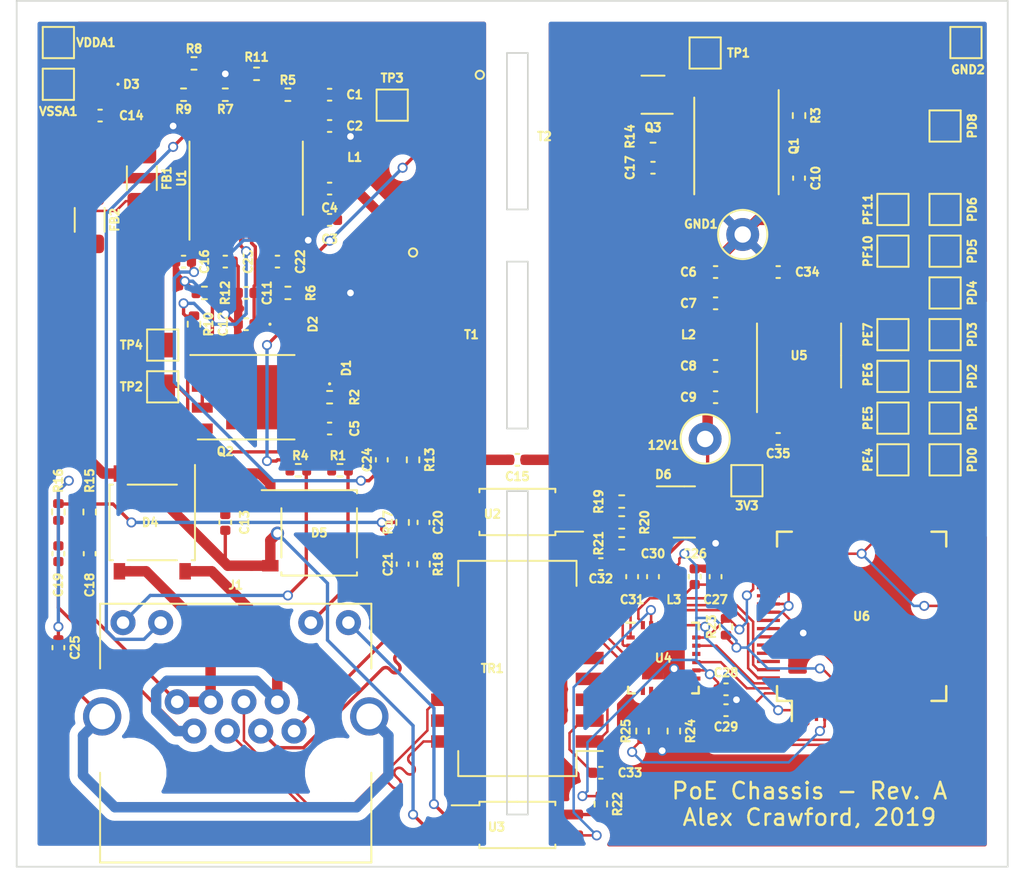
<source format=kicad_pcb>
(kicad_pcb (version 20211014) (generator pcbnew)
  (layers (0 "F.Cu" signal) (31 "B.Cu" signal) (34 "B.Paste" user) (35 "F.Paste" user) (36 "B.SilkS" user "B.Silkscreen") (37 "F.SilkS" user "F.Silkscreen") (38 "B.Mask" user) (39 "F.Mask" user) (44 "Edge.Cuts" user))
  (net 0 "")
  (net 1 "VDDA")
  (net 2 "GNDA")
  (net 3 "+12V")
  (net 4 "VSSA")
  (net 5 "/VB")
  (net 6 "Net-(C19-Pad1)")
  (net 8 "Net-(C20-Pad2)")
  (net 9 "Net-(C21-Pad2)")
  (net 10 "Net-(C21-Pad1)")
  (net 11 "Net-(C22-Pad2)")
  (net 12 "Net-(C22-Pad1)")
  (net 13 "Net-(C23-Pad2)")
  (net 14 "/CTL")
  (net 15 "+3V3")
  (net 16 "/1V2")
  (net 17 "/3V3")
  (net 18 "Net-(Q1-Pad4)")
  (net 19 "Net-(R5-Pad1)")
  (net 20 "Net-(R9-Pad1)")
  (net 21 "Net-(R11-Pad1)")
  (net 22 "ETH_INT")
  (net 23 "Net-(R24-Pad1)")
  (net 24 "Net-(R25-Pad1)")
  (net 25 "ETH_RMII_REFCLK")
  (net 26 "ETH_MDIO")
  (net 27 "ETH_MDC")
  (net 28 "ETH_RMII_RXD1")
  (net 29 "ETH_RMII_RXD0")
  (net 30 "ETH_RMII_CRS_DV")
  (net 31 "ETH_RMII_RX_ERR")
  (net 32 "ETH_RMII_TX_EN")
  (net 33 "ETH_RMII_TXD0")
  (net 34 "ETH_RMII_TXD1")
  (net 35 "ETH_RSTn")
  (net 36 "ETH_TX_C")
  (net 37 "ETH_RX_C")
  (net 38 "Net-(C19-Pad2)")
  (net 39 "Net-(D2-Pad2)")
  (net 40 "Net-(J1-Pad12)")
  (net 41 "Net-(J1-Pad10)")
  (net 72 "Net-(C1-Pad1)")
  (net 73 "Earth")
  (net 74 "Net-(C3-Pad1)")
  (net 75 "Net-(C5-Pad2)")
  (net 76 "GNDD")
  (net 77 "Net-(C6-Pad1)")
  (net 78 "Net-(C10-Pad2)")
  (net 79 "Net-(C10-Pad1)")
  (net 80 "/VC")
  (net 81 "Net-(C14-Pad2)")
  (net 82 "Net-(C17-Pad2)")
  (net 83 "Net-(C17-Pad1)")
  (net 84 "Net-(C18-Pad2)")
  (net 85 "Net-(C18-Pad1)")
  (net 86 "Net-(C25-Pad2)")
  (net 87 "Net-(D1-Pad2)")
  (net 88 "Net-(D6-Pad2)")
  (net 89 "Net-(D6-Pad1)")
  (net 90 "ETH_LED")
  (net 91 "Net-(R6-Pad2)")
  (net 92 "Net-(R7-Pad1)")
  (net 93 "Net-(R8-Pad1)")
  (net 94 "Net-(R10-Pad2)")
  (net 95 "Net-(R19-Pad2)")
  (net 96 "/T2P")
  (net 100 "Net-(Q2-Pad4)")
  (net 101 "/ETH_LED0")
  (net 102 "Net-(R22-Pad2)")
  (net 103 "/RX-")
  (net 104 "/RX+")
  (net 105 "/TX-")
  (net 106 "/TX+")
  (net 107 "ETH_RX-")
  (net 108 "ETH_RX+")
  (net 109 "ETH_TX-")
  (net 110 "ETH_TX+")
  (net 111 "Net-(PD0-Pad1)")
  (net 112 "Net-(PD1-Pad1)")
  (net 113 "Net-(PD2-Pad1)")
  (net 114 "Net-(PD3-Pad1)")
  (net 115 "Net-(PD4-Pad1)")
  (net 116 "Net-(PD5-Pad1)")
  (net 117 "Net-(PD6-Pad1)")
  (net 118 "Net-(PD8-Pad1)")
  (net 119 "Net-(PE4-Pad1)")
  (net 120 "Net-(PE5-Pad1)")
  (net 121 "Net-(PE6-Pad1)")
  (net 122 "Net-(PE7-Pad1)")
  (net 123 "Net-(PF10-Pad1)")
  (net 124 "Net-(PF11-Pad1)")
  (footprint "chassis:RJHSE-538X" (layer "F.Cu") (at 122.555 118.11)
    (fp_text reference "J1")
    (fp_text value "RJ45_LED_Shielded")
  )
  (footprint "Resistor_SMD:R_1206_3216Metric" (layer "F.Cu") (at 116.84 81.915 -90)
    (fp_text reference "FB1")
    (fp_text value "Ferrite_Bead_Small")
  )
  (footprint "Capacitor_SMD:C_0402_1005Metric" (layer "F.Cu") (at 114.3 78.105 180)
    (fp_text reference "C14")
    (fp_text value "0u1")
  )
  (footprint "Resistor_SMD:R_0402_1005Metric" (layer "F.Cu") (at 146.05 101.6 180)
    (fp_text reference "R19")
    (fp_text value "1k")
  )
  (footprint "Capacitor_SMD:C_0402_1005Metric" (layer "F.Cu") (at 123.19 88.9 180)
    (fp_text reference "C11")
    (fp_text value "1u")
  )
  (footprint "Capacitor_SMD:C_0402_1005Metric" (layer "F.Cu") (at 151.765 95.25)
    (fp_text reference "C9")
    (fp_text value "1u")
  )
  (footprint "Resistor_SMD:R_1206_3216Metric" (layer "F.Cu") (at 113.665 84.455 -90)
    (fp_text reference "FB2")
    (fp_text value "Ferrite_Bead_Small")
  )
  (footprint "Capacitor_SMD:C_0402_1005Metric" (layer "F.Cu") (at 151.765 93.345)
    (fp_text reference "C8")
    (fp_text value "330u")
  )
  (footprint "Capacitor_SMD:C_0402_1005Metric" (layer "F.Cu") (at 128.27 84.455 180)
    (fp_text reference "C3")
    (fp_text value "1u")
  )
  (footprint "Capacitor_SMD:C_0402_1005Metric" (layer "F.Cu") (at 128.27 78.74)
    (fp_text reference "C2")
    (fp_text value "47u")
  )
  (footprint "Capacitor_SMD:C_0402_1005Metric" (layer "F.Cu") (at 128.27 76.835)
    (fp_text reference "C1")
    (fp_text value "0u1")
  )
  (footprint "Capacitor_SMD:C_0402_1005Metric" (layer "F.Cu") (at 156.845 81.915 -90)
    (fp_text reference "C10")
    (fp_text value "1n2")
  )
  (footprint "Diode_SMD:D_0402_1005Metric" (layer "F.Cu") (at 128.27 93.345 90)
    (fp_text reference "D1")
    (fp_text value "D")
  )
  (footprint "Capacitor_SMD:C_0402_1005Metric" (layer "F.Cu") (at 151.765 89.535)
    (fp_text reference "C7")
    (fp_text value "330u")
  )
  (footprint "Resistor_SMD:R_0402_1005Metric" (layer "F.Cu") (at 120.015 90.805 90)
    (fp_text reference "R10")
    (fp_text value "10")
  )
  (footprint "Capacitor_SMD:C_0402_1005Metric" (layer "F.Cu") (at 151.765 87.63)
    (fp_text reference "C6")
    (fp_text value "141u")
  )
  (footprint "Capacitor_SMD:C_0402_1005Metric" (layer "F.Cu") (at 128.27 82.55 180)
    (fp_text reference "C4")
    (fp_text value "1u")
  )
  (footprint "Capacitor_SMD:C_0402_1005Metric" (layer "F.Cu") (at 128.27 97.155 180)
    (fp_text reference "C5")
    (fp_text value "0u1")
  )
  (footprint "Resistor_SMD:R_0402_1005Metric" (layer "F.Cu") (at 147.32 115.57 -90)
    (fp_text reference "R25")
    (fp_text value "49R9")
  )
  (footprint "Resistor_SMD:R_0402_1005Metric" (layer "F.Cu") (at 147.955 79.375)
    (fp_text reference "R14")
    (fp_text value "10k")
  )
  (footprint "Capacitor_SMD:C_0402_1005Metric" (layer "F.Cu") (at 155.575 87.63)
    (fp_text reference "C34")
    (fp_text value "0u33")
  )
  (footprint "Capacitor_SMD:C_0402_1005Metric" (layer "F.Cu") (at 155.575 97.79)
    (fp_text reference "C35")
    (fp_text value "0u1")
  )
  (footprint "Resistor_SMD:R_0402_1005Metric" (layer "F.Cu") (at 149.225 115.57 -90)
    (fp_text reference "R24")
    (fp_text value "6k49")
  )
  (footprint "Resistor_SMD:R_0402_1005Metric" (layer "F.Cu") (at 133.985 105.41 90)
    (fp_text reference "R18")
    (fp_text value "75")
  )
  (footprint "Resistor_SMD:R_0402_1005Metric" (layer "F.Cu") (at 146.05 104.14)
    (fp_text reference "R21")
    (fp_text value "13k3")
  )
  (footprint "Resistor_SMD:R_0402_1005Metric" (layer "F.Cu") (at 144.78 120.015 -90)
    (fp_text reference "R22")
    (fp_text value "100")
  )
  (footprint "Resistor_SMD:R_0402_1005Metric" (layer "F.Cu") (at 111.76 102.235 90)
    (fp_text reference "R16")
    (fp_text value "75")
  )
  (footprint "Resistor_SMD:R_0402_1005Metric" (layer "F.Cu") (at 133.35 99.06 90)
    (fp_text reference "R13")
    (fp_text value "2k")
  )
  (footprint "Resistor_SMD:R_0402_1005Metric" (layer "F.Cu") (at 120.65 88.9)
    (fp_text reference "R12")
    (fp_text value "0R18")
  )
  (footprint "chassis:QFP-64" (layer "F.Cu") (at 160.655 108.585 90)
    (fp_text reference "U6")
    (fp_text value "EFM32GG11B8xx")
  )
  (footprint "Resistor_SMD:R_0402_1005Metric" (layer "F.Cu") (at 132.715 102.87 90)
    (fp_text reference "R17")
    (fp_text value "75")
  )
  (footprint "Resistor_SMD:R_0402_1005Metric" (layer "F.Cu") (at 146.05 102.87 180)
    (fp_text reference "R20")
    (fp_text value "115k")
  )
  (footprint "Capacitor_SMD:C_0402_1005Metric" (layer "F.Cu") (at 150.495 106.172 90)
    (fp_text reference "C26")
    (fp_text value "2u2")
  )
  (footprint "Capacitor_SMD:C_0402_1005Metric" (layer "F.Cu") (at 147.955 81.28 180)
    (fp_text reference "C17")
    (fp_text value "0u47")
  )
  (footprint "Capacitor_SMD:C_0402_1005Metric" (layer "F.Cu") (at 119.38 86.995 180)
    (fp_text reference "C16")
    (fp_text value "1u")
  )
  (footprint "Capacitor_SMD:C_0402_1005Metric" (layer "F.Cu") (at 147.955 106.172 90)
    (fp_text reference "C30")
    (fp_text value "22")
  )
  (footprint "Capacitor_SMD:C_0402_1005Metric" (layer "F.Cu") (at 131.445 99.06 90)
    (fp_text reference "C24")
    (fp_text value "3n3")
  )
  (footprint "Capacitor_SMD:C_0402_1005Metric" (layer "F.Cu") (at 133.985 102.87 -90)
    (fp_text reference "C20")
    (fp_text value "0u01")
  )
  (footprint "Capacitor_SMD:C_0402_1005Metric" (layer "F.Cu") (at 111.76 104.775 90)
    (fp_text reference "C19")
    (fp_text value "0u01")
  )
  (footprint "Capacitor_SMD:C_0402_1005Metric" (layer "F.Cu") (at 121.92 102.87 -90)
    (fp_text reference "C13")
    (fp_text value "1n")
  )
  (footprint "Capacitor_SMD:C_0402_1005Metric" (layer "F.Cu") (at 151.765 106.172 90)
    (fp_text reference "C27")
    (fp_text value "0u1")
  )
  (footprint "Capacitor_SMD:C_0402_1005Metric" (layer "F.Cu") (at 121.92 86.995 180)
    (fp_text reference "C23")
    (fp_text value "330p")
  )
  (footprint "Capacitor_SMD:C_0402_1005Metric" (layer "F.Cu") (at 139.7 99.06 180)
    (fp_text reference "C15")
    (fp_text value "2u2")
  )
  (footprint "Capacitor_SMD:C_0402_1005Metric" (layer "F.Cu") (at 132.715 105.41 90)
    (fp_text reference "C21")
    (fp_text value "0u01")
  )
  (footprint "Capacitor_SMD:C_0402_1005Metric" (layer "F.Cu") (at 125.095 86.995 180)
    (fp_text reference "C22")
    (fp_text value "0u47")
  )
  (footprint "Capacitor_SMD:C_0402_1005Metric" (layer "F.Cu") (at 113.665 104.775 90)
    (fp_text reference "C18")
    (fp_text value "0u01")
  )
  (footprint "Capacitor_SMD:C_0402_1005Metric" (layer "F.Cu") (at 123.19 90.805 180)
    (fp_text reference "C12")
    (fp_text value "22u")
  )
  (footprint "Capacitor_SMD:C_0402_1005Metric" (layer "F.Cu") (at 111.76 110.49 90)
    (fp_text reference "C25")
    (fp_text value "1n")
  )
  (footprint "Package_SO:PowerPAK_SO-8_Single" (layer "F.Cu") (at 123.19 95.25)
    (fp_text reference "Q2")
    (fp_text value "Si7898DP")
  )
  (footprint "Package_SO:SOP-4_4.4x2.6mm_P1.27mm" (layer "F.Cu") (at 139.7 121.285)
    (fp_text reference "U3")
    (fp_text value "TCMT1107")
  )
  (footprint "chassis:GDTI_EP7" (layer "F.Cu") (at 139.7 79.375 -90)
    (fp_text reference "T2")
    (fp_text value "Pulse_Transformer")
  )
  (footprint "Package_TO_SOT_SMD:SOT-363_SC-70-6" (layer "F.Cu") (at 147.955 76.835 180)
    (fp_text reference "Q3")
    (fp_text value "MMDT3906")
  )
  (footprint "Package_SO:PowerPAK_SO-8_Single" (layer "F.Cu") (at 153.035 79.955 -90)
    (fp_text reference "Q1")
    (fp_text value "SiR422DP")
  )
  (footprint "Inductor_SMD:L_0402_1005Metric" (layer "F.Cu") (at 128.27 80.645)
    (fp_text reference "L1")
    (fp_text value "3u3")
  )
  (footprint "Diode_SMD:D_0402_1005Metric" (layer "F.Cu") (at 125.73 90.805)
    (fp_text reference "D2")
    (fp_text value "D")
  )
  (footprint "Resistor_SMD:R_0402_1005Metric" (layer "F.Cu") (at 125.73 88.9 180)
    (fp_text reference "R6")
    (fp_text value "10")
  )
  (footprint "Resistor_SMD:R_0402_1005Metric" (layer "F.Cu") (at 156.845 78.105 -90)
    (fp_text reference "R3")
    (fp_text value "10")
  )
  (footprint "Diode_SMD:D_0402_1005Metric" (layer "F.Cu") (at 114.3 76.2 180)
    (fp_text reference "D3")
    (fp_text value "D_Zener")
  )
  (footprint "Resistor_SMD:R_0402_1005Metric" (layer "F.Cu") (at 121.92 76.835 180)
    (fp_text reference "R7")
    (fp_text value "22k1")
  )
  (footprint "Resistor_SMD:R_0402_1005Metric" (layer "F.Cu") (at 123.825 75.565)
    (fp_text reference "R11")
    (fp_text value "63R4")
  )
  (footprint "Capacitor_SMD:C_0402_1005Metric" (layer "F.Cu") (at 144.78 118.11)
    (fp_text reference "C33")
    (fp_text value "0u1")
  )
  (footprint "Capacitor_SMD:C_0402_1005Metric" (layer "F.Cu") (at 144.78 105.41)
    (fp_text reference "C32")
    (fp_text value "0u1")
  )
  (footprint "Resistor_SMD:R_0402_1005Metric" (layer "F.Cu") (at 119.38 76.835 180)
    (fp_text reference "R9")
    (fp_text value "69k8")
  )
  (footprint "Resistor_SMD:R_0402_1005Metric" (layer "F.Cu") (at 120.015 74.93 180)
    (fp_text reference "R8")
    (fp_text value "69k8")
  )
  (footprint "Resistor_SMD:R_0402_1005Metric" (layer "F.Cu") (at 125.73 76.835)
    (fp_text reference "R5")
    (fp_text value "24k9")
  )
  (footprint "Inductor_SMD:L_0402_1005Metric" (layer "F.Cu") (at 151.765 91.44)
    (fp_text reference "L2")
    (fp_text value "0u33")
  )
  (footprint "Capacitor_SMD:C_0402_1005Metric" (layer "F.Cu") (at 146.685 106.172 90)
    (fp_text reference "C31")
    (fp_text value "0u1")
  )
  (footprint "Resistor_SMD:R_0402_1005Metric" (layer "F.Cu") (at 128.27 95.25 180)
    (fp_text reference "R2")
    (fp_text value "39K")
  )
  (footprint "Resistor_SMD:R_0402_1005Metric" (layer "F.Cu") (at 126.365 99.695 180)
    (fp_text reference "R4")
    (fp_text value "1k2")
  )
  (footprint "Package_SO:SOP-4_4.4x2.6mm_P1.27mm" (layer "F.Cu") (at 139.7 102.235 180)
    (fp_text reference "U2")
    (fp_text value "TCMT1107")
  )
  (footprint "Diode_SMD:Diode_Bridge_Diotec_ABS" (layer "F.Cu") (at 127.635 103.505)
    (fp_text reference "D5")
    (fp_text value "D_Bridge_+-AA")
  )
  (footprint "Package_TO_SOT_SMD:SOT-23" (layer "F.Cu") (at 149.86 102.235)
    (fp_text reference "D6")
    (fp_text value "TL431DBZ")
  )
  (footprint "chassis:POE_EP13" (layer "F.Cu") (at 139.7 91.44 -90)
    (fp_text reference "T1")
    (fp_text value "PoE_Transformer")
  )
  (footprint "chassis:QFN-24" (layer "F.Cu") (at 148.59 111.125)
    (fp_text reference "U4")
    (fp_text value "KSZ8081RND")
  )
  (footprint "Package_SO:SOIC-8_3.9x4.9mm_P1.27mm" (layer "F.Cu") (at 156.845 92.71 90)
    (fp_text reference "U5")
    (fp_text value "L78L33_SO8")
  )
  (footprint "Package_SO:HTSSOP-20-1EP_4.4x6.5mm_P0.65mm_EP3.4x6.5mm" (layer "F.Cu") (at 123.19 81.915 90)
    (fp_text reference "U1")
    (fp_text value "TPS23754PWPR")
  )
  (footprint "Resistor_SMD:R_0402_1005Metric" (layer "F.Cu") (at 113.665 102.235 90)
    (fp_text reference "R15")
    (fp_text value "75")
  )
  (footprint "Diode_SMD:Diode_Bridge_Diotec_ABS" (layer "F.Cu") (at 117.475 102.87 -90)
    (fp_text reference "D4")
    (fp_text value "D_Bridge_+-AA")
  )
  (footprint "Inductor_SMD:L_0402_1005Metric" (layer "F.Cu") (at 149.225 106.172 -90)
    (fp_text reference "L3")
    (fp_text value "Ferrite_Bead")
  )
  (footprint "Resistor_SMD:R_0402_1005Metric" (layer "F.Cu") (at 152.4 109.22 90)
    (fp_text reference "R23")
    (fp_text value "1k")
  )
  (footprint "Capacitor_SMD:C_0402_1005Metric" (layer "F.Cu") (at 152.4 114.3)
    (fp_text reference "C29")
    (fp_text value "0u1")
  )
  (footprint "Capacitor_SMD:C_0402_1005Metric" (layer "F.Cu") (at 152.4 113.03)
    (fp_text reference "C28")
    (fp_text value "22")
  )
  (footprint "TestPoint:TestPoint_Pad_1.5x1.5mm" (layer "F.Cu") (at 165.735 99.06)
    (fp_text reference "PD0")
    (fp_text value "TestPoint")
  )
  (footprint "TestPoint:TestPoint_Pad_1.5x1.5mm" (layer "F.Cu") (at 165.735 93.98)
    (fp_text reference "PD2")
    (fp_text value "TestPoint")
  )
  (footprint "TestPoint:TestPoint_Pad_1.5x1.5mm" (layer "F.Cu") (at 165.735 96.52)
    (fp_text reference "PD1")
    (fp_text value "TestPoint")
  )
  (footprint "TestPoint:TestPoint_Pad_1.5x1.5mm" (layer "F.Cu") (at 162.56 91.44 -90)
    (fp_text reference "PE7")
    (fp_text value "TestPoint")
  )
  (footprint "TestPoint:TestPoint_Pad_1.5x1.5mm" (layer "F.Cu") (at 162.56 83.82)
    (fp_text reference "PF11")
    (fp_text value "TestPoint")
  )
  (footprint "TestPoint:TestPoint_Pad_1.5x1.5mm" (layer "F.Cu") (at 165.735 91.44)
    (fp_text reference "PD3")
    (fp_text value "TestPoint")
  )
  (footprint "TestPoint:TestPoint_Pad_1.5x1.5mm" (layer "F.Cu") (at 165.735 78.74)
    (fp_text reference "PD8")
    (fp_text value "TestPoint")
  )
  (footprint "TestPoint:TestPoint_Pad_1.5x1.5mm" (layer "F.Cu") (at 165.735 83.82)
    (fp_text reference "PD6")
    (fp_text value "TestPoint")
  )
  (footprint "TestPoint:TestPoint_Pad_1.5x1.5mm" (layer "F.Cu") (at 162.56 99.06 -90)
    (fp_text reference "PE4")
    (fp_text value "TestPoint")
  )
  (footprint "TestPoint:TestPoint_Pad_1.5x1.5mm" (layer "F.Cu") (at 165.735 88.9)
    (fp_text reference "PD4")
    (fp_text value "TestPoint")
  )
  (footprint "TestPoint:TestPoint_Pad_1.5x1.5mm" (layer "F.Cu") (at 162.56 86.36)
    (fp_text reference "PF10")
    (fp_text value "TestPoint")
  )
  (footprint "TestPoint:TestPoint_Pad_1.5x1.5mm" (layer "F.Cu") (at 162.56 93.98 -90)
    (fp_text reference "PE6")
    (fp_text value "TestPoint")
  )
  (footprint "TestPoint:TestPoint_Pad_1.5x1.5mm" (layer "F.Cu") (at 162.56 96.52 -90)
    (fp_text reference "PE5")
    (fp_text value "TestPoint")
  )
  (footprint "TestPoint:TestPoint_Pad_1.5x1.5mm" (layer "F.Cu") (at 165.735 86.36)
    (fp_text reference "PD5")
    (fp_text value "TestPoint")
  )
  (footprint "TestPoint:TestPoint_Pad_1.5x1.5mm" (layer "F.Cu") (at 111.76 73.66)
    (fp_text reference "VDDA1")
    (fp_text value "TestPoint")
  )
  (footprint "TestPoint:TestPoint_Loop_D1.80mm_Drill1.0mm_Beaded" (layer "F.Cu") (at 151.13 97.79)
    (fp_text reference "12V1")
    (fp_text value "TestPoint")
  )
  (footprint "TestPoint:TestPoint_Pad_1.5x1.5mm" (layer "F.Cu") (at 153.67 100.33)
    (fp_text reference "3V3")
    (fp_text value "TestPoint")
  )
  (footprint "TestPoint:TestPoint_Pad_1.5x1.5mm" (layer "F.Cu") (at 111.76 76.2)
    (fp_text reference "VSSA1")
    (fp_text value "TestPoint")
  )
  (footprint "TestPoint:TestPoint_Loop_D1.80mm_Drill1.0mm_Beaded" (layer "F.Cu") (at 153.416 85.344)
    (fp_text reference "GND1")
    (fp_text value "TestPoint")
  )
  (footprint "TestPoint:TestPoint_Pad_1.5x1.5mm" (layer "F.Cu") (at 167.005 73.66)
    (fp_text reference "GND2")
    (fp_text value "TestPoint")
  )
  (footprint "TestPoint:TestPoint_Pad_1.5x1.5mm" (layer "F.Cu") (at 151.13 74.295)
    (fp_text reference "TP1")
    (fp_text value "TestPoint")
  )
  (footprint "TestPoint:TestPoint_Pad_1.5x1.5mm" (layer "F.Cu") (at 118.11 94.615)
    (fp_text reference "TP2")
    (fp_text value "TestPoint")
  )
  (footprint "TestPoint:TestPoint_Pad_1.5x1.5mm" (layer "F.Cu") (at 132.08 77.47)
    (fp_text reference "TP3")
    (fp_text value "TestPoint")
  )
  (footprint "TestPoint:TestPoint_Pad_1.5x1.5mm" (layer "F.Cu") (at 118.11 92.075)
    (fp_text reference "TP4")
    (fp_text value "TestPoint")
  )
  (footprint "Resistor_SMD:R_0402_1005Metric" (layer "F.Cu") (at 128.905 99.695 180)
    (fp_text reference "R1")
    (fp_text value "1k2")
  )
  (footprint "Transformer_SMD:Transformer_Ethernet_Bourns_PT61017PEL" (layer "F.Cu") (at 139.7 111.76 180)
    (fp_text reference "TR1")
    (fp_text value "PT61017PEL")
  )
  (gr_line (start 169.545 123.825) (end 169.545 71.12) (layer "Edge.Cuts") (width 0.1))
  (gr_line (start 169.545 123.825) (end 109.22 123.825) (layer "Edge.Cuts") (width 0.1))
  (gr_line (start 109.22 71.12) (end 169.545 71.12) (layer "Edge.Cuts") (width 0.1))
  (gr_line (start 139.065 97.155) (end 140.335 97.155) (layer "Edge.Cuts") (width 0.1))
  (gr_line (start 139.065 83.82) (end 140.335 83.82) (layer "Edge.Cuts") (width 0.1))
  (gr_line (start 140.335 86.995) (end 140.335 97.155) (layer "Edge.Cuts") (width 0.1))
  (gr_line (start 139.065 97.155) (end 139.065 86.995) (layer "Edge.Cuts") (width 0.1))
  (gr_line (start 139.065 100.965) (end 139.065 120.65) (layer "Edge.Cuts") (width 0.1))
  (gr_line (start 140.335 100.965) (end 139.065 100.965) (layer "Edge.Cuts") (width 0.1))
  (gr_line (start 109.22 71.12) (end 109.22 123.825) (layer "Edge.Cuts") (width 0.1))
  (gr_line (start 139.065 74.295) (end 140.335 74.295) (layer "Edge.Cuts") (width 0.1))
  (gr_line (start 139.065 83.82) (end 139.065 74.295) (layer "Edge.Cuts") (width 0.1))
  (gr_line (start 139.065 120.65) (end 140.335 120.65) (layer "Edge.Cuts") (width 0.1))
  (gr_line (start 139.065 86.995) (end 140.335 86.995) (layer "Edge.Cuts") (width 0.1))
  (gr_line (start 140.335 74.295) (end 140.335 83.82) (layer "Edge.Cuts") (width 0.1))
  (gr_line (start 140.335 120.65) (end 140.335 100.965) (layer "Edge.Cuts") (width 0.1))
  (gr_text "PoE Chassis - Rev. A\nAlex Crawford, 2019" (at 157.48 120.015) (layer "F.SilkS") (effects (font (size 1 1))))
  (segment (start 124.66 100.52) (end 124.66 101.505) (width 0.635) (layer "F.Cu") (net 1))
  (segment (start 124.035 99.895) (end 124.66 100.52) (width 0.635) (layer "F.Cu") (net 1))
  (segment (start 122.12 99.895) (end 124.035 99.895) (width 0.635) (layer "F.Cu") (net 1))
  (segment (start 119.475 99.895) (end 122.12 99.895) (width 0.635) (layer "F.Cu") (net 1))
  (segment (start 121.92 102.385) (end 121.92 100.095) (width 0.2032) (layer "F.Cu") (net 1))
  (segment (start 121.92 100.095) (end 122.12 99.895) (width 0.2032) (layer "F.Cu") (net 1))
  (segment (start 115.27139 83.90861) (end 115.865 83.315) (width 0.1524) (layer "F.Cu") (net 1))
  (segment (start 116.14429 84.01071) (end 116.14429 97.54929) (width 0.635) (layer "F.Cu") (net 1))
  (segment (start 118.49 99.895) (end 119.475 99.895) (width 0.635) (layer "F.Cu") (net 1))
  (segment (start 111.76 73.66) (end 112.6624 73.66) (width 0.1524) (layer "F.Cu") (net 1))
  (segment (start 116.84 83.315) (end 116.14429 84.01071) (width 0.635) (layer "F.Cu") (net 1))
  (segment (start 115.865 83.315) (end 116.84 83.315) (width 0.1524) (layer "F.Cu") (net 1))
  (segment (start 112.841752 83.90861) (end 115.27139 83.90861) (width 0.1524) (layer "F.Cu") (net 1))
  (segment (start 116.14429 97.54929) (end 118.49 99.895) (width 0.635) (layer "F.Cu") (net 1))
  (segment (start 112.56139 83.628248) (end 112.841752 83.90861) (width 0.1524) (layer "F.Cu") (net 1))
  (segment (start 112.56139 82.481752) (end 112.56139 83.628248) (width 0.1524) (layer "F.Cu") (net 1))
  (segment (start 112.6624 73.66) (end 112.738601 73.736201) (width 0.1524) (layer "F.Cu") (net 1))
  (segment (start 112.738601 82.304541) (end 112.56139 82.481752) (width 0.1524) (layer "F.Cu") (net 1))
  (segment (start 112.738601 73.736201) (end 112.738601 82.304541) (width 0.1524) (layer "F.Cu") (net 1))
  (segment (start 139.215 99.06) (end 137.795 99.06) (width 0.635) (layer "F.Cu") (net 2))
  (segment (start 122.705 90.805) (end 122.555 90.805) (width 0.2032) (layer "F.Cu") (net 2))
  (segment (start 122.555 90.805) (end 121.92 90.17) (width 0.2032) (layer "F.Cu") (net 2))
  (segment (start 118.895 86.995) (end 118.895 87.63) (width 0.2032) (layer "F.Cu") (net 2))
  (segment (start 118.895 87.63) (end 119.455 88.19) (width 0.2032) (layer "F.Cu") (net 2))
  (segment (start 131.425 88.94) (end 129.58 88.94) (width 0.2032) (layer "F.Cu") (net 2))
  (segment (start 129.58 88.94) (end 129.54 88.9) (width 0.2032) (layer "F.Cu") (net 2))
  (segment (start 119.455 88.19) (end 120.165 88.9) (width 0.2032) (layer "F.Cu") (net 2))
  (segment (start 128.905 78.74) (end 129.54 79.375) (width 0.2032) (layer "F.Cu") (net 2))
  (segment (start 128.755 78.74) (end 128.905 78.74) (width 0.2032) (layer "F.Cu") (net 2))
  (segment (start 122.705 88.9) (end 122.705 89.385) (width 0.2032) (layer "F.Cu") (net 2))
  (segment (start 126.9675 85.6925) (end 127.785 84.875) (width 0.2032) (layer "F.Cu") (net 2))
  (segment (start 122.705 89.385) (end 121.92 90.17) (width 0.2032) (layer "F.Cu") (net 2))
  (segment (start 127.785 84.875) (end 127.785 84.455) (width 0.2032) (layer "F.Cu") (net 2))
  (segment (start 125.46 84.865) (end 125.46 85.7932) (width 0.2032) (layer "F.Cu") (net 2))
  (segment (start 126.765199 85.894801) (end 126.9675 85.6925) (width 0.2032) (layer "F.Cu") (net 2))
  (segment (start 125.561601 85.894801) (end 126.765199 85.894801) (width 0.2032) (layer "F.Cu") (net 2))
  (segment (start 125.46 85.7932) (end 125.561601 85.894801) (width 0.2032) (layer "F.Cu") (net 2))
  (segment (start 124.81 84.865) (end 125.46 84.865) (width 0.2032) (layer "F.Cu") (net 2))
  (segment (start 122.705 88.9) (end 122.705 87.295) (width 0.2032) (layer "F.Cu") (net 2))
  (segment (start 122.705 87.295) (end 122.405 86.995) (width 0.2032) (layer "F.Cu") (net 2))
  (segment (start 121.435 76.05) (end 121.92 75.565) (width 0.2032) (layer "F.Cu") (net 2))
  (segment (start 121.435 76.835) (end 121.435 76.05) (width 0.2032) (layer "F.Cu") (net 2))
  (segment (start 122.22 84.865) (end 122.22 86.81) (width 0.2032) (layer "F.Cu") (net 2))
  (segment (start 122.22 86.81) (end 122.405 86.995) (width 0.2032) (layer "F.Cu") (net 2))
  (segment (start 122.22 77.62) (end 121.435 76.835) (width 0.2032) (layer "F.Cu") (net 2))
  (segment (start 122.22 78.965) (end 122.22 77.62) (width 0.2032) (layer "F.Cu") (net 2))
  (segment (start 119.53 74.93) (end 119.53 76.2) (width 0.2032) (layer "F.Cu") (net 2))
  (segment (start 119.53 76.2) (end 118.895 76.835) (width 0.2032) (layer "F.Cu") (net 2))
  (segment (start 118.895 76.835) (end 118.895 78.59) (width 0.2032) (layer "F.Cu") (net 2))
  (segment (start 127.785 84.455) (end 127.785 82.55) (width 0.2032) (layer "F.Cu") (net 2))
  (segment (start 118.895 78.59) (end 118.745 78.74) (width 0.2032) (layer "F.Cu") (net 2))
  (via (at 121.92 90.17) (size 0.6096) (drill 0.4064) (layers "F.Cu" "B.Cu") (net 2))
  (via (at 119.455 88.19) (size 0.6096) (drill 0.4064) (layers "F.Cu" "B.Cu") (net 2))
  (via (at 121.92 75.565) (size 0.6096) (drill 0.4064) (layers "F.Cu" "B.Cu") (net 2))
  (via (at 126.9675 85.6925) (size 0.6096) (drill 0.4064) (layers "F.Cu" "B.Cu") (net 2))
  (via (at 129.54 79.375) (size 0.6096) (drill 0.4064) (layers "F.Cu" "B.Cu") (net 2))
  (via (at 118.745 78.74) (size 0.6096) (drill 0.4064) (layers "F.Cu" "B.Cu") (net 2))
  (via (at 129.54 88.9) (size 0.6096) (drill 0.4064) (layers "F.Cu" "B.Cu") (net 2))
  (segment (start 126.9675 85.6925) (end 123.030474 85.6925) (width 0.2032) (layer "B.Cu") (net 2))
  (segment (start 119.94 88.19) (end 119.455 88.19) (width 0.2032) (layer "B.Cu") (net 2))
  (segment (start 123.030474 85.6925) (end 121.92 86.802974) (width 0.2032) (layer "B.Cu") (net 2))
  (segment (start 121.92 86.802974) (end 121.92 89.738948) (width 0.2032) (layer "B.Cu") (net 2))
  (segment (start 129.54 79.375) (end 126.9675 81.9475) (width 0.2032) (layer "B.Cu") (net 2))
  (segment (start 121.92 90.17) (end 119.94 88.19) (width 0.2032) (layer "B.Cu") (net 2))
  (segment (start 126.9675 81.9475) (end 126.9675 85.6925) (width 0.2032) (layer "B.Cu") (net 2))
  (segment (start 121.92 89.738948) (end 121.92 90.17) (width 0.2032) (layer "B.Cu") (net 2))
  (segment (start 151.28 95.25) (end 151.28 93.345) (width 0.635) (layer "F.Cu") (net 3))
  (segment (start 151.28 95.67) (end 151.28 95.25) (width 0.2032) (layer "F.Cu") (net 3))
  (segment (start 149.278192 102.17401) (end 151.28 100.172202) (width 0.2032) (layer "F.Cu") (net 3))
  (segment (start 146.26099 102.17401) (end 149.278192 102.17401) (width 0.2032) (layer "F.Cu") (net 3))
  (segment (start 145.565 102.87) (end 146.26099 102.17401) (width 0.2032) (layer "F.Cu") (net 3))
  (segment (start 151.28 92.925) (end 151.28 93.345) (width 0.635) (layer "F.Cu") (net 3))
  (segment (start 152.25 91.86) (end 151.28 92.83) (width 0.635) (layer "F.Cu") (net 3))
  (segment (start 152.25 91.44) (end 152.25 91.86) (width 0.635) (layer "F.Cu") (net 3))
  (segment (start 151.28 92.83) (end 151.28 92.925) (width 0.635) (layer "F.Cu") (net 3))
  (segment (start 142.8875 102.87) (end 145.565 102.87) (width 0.2032) (layer "F.Cu") (net 3))
  (segment (start 152.3169 96.035) (end 151.28 96.035) (width 0.1524) (layer "F.Cu") (net 3))
  (segment (start 151.28 96.035) (end 151.28 95.67) (width 0.2032) (layer "F.Cu") (net 3))
  (segment (start 154.94 90.235) (end 154.94 93.4119) (width 0.1524) (layer "F.Cu") (net 3))
  (segment (start 154.94 87.78) (end 155.09 87.63) (width 0.1524) (layer "F.Cu") (net 3))
  (segment (start 154.94 93.4119) (end 152.3169 96.035) (width 0.1524) (layer "F.Cu") (net 3))
  (segment (start 151.28 100.172202) (end 151.28 96.035) (width 0.2032) (layer "F.Cu") (net 3))
  (segment (start 151.28 97.64) (end 151.13 97.79) (width 0.635) (layer "F.Cu") (net 3))
  (segment (start 151.28 95.25) (end 151.28 97.64) (width 0.635) (layer "F.Cu") (net 3))
  (segment (start 154.94 90.235) (end 154.94 87.78) (width 0.1524) (layer "F.Cu") (net 3))
  (segment (start 124.66 105.505) (end 124.66 103.96541) (width 0.635) (layer "F.Cu") (net 4))
  (segment (start 124.688601 103.936809) (end 125.095 103.53041) (width 0.635) (layer "F.Cu") (net 4))
  (segment (start 124.66 103.96541) (end 124.688601 103.936809) (width 0.635) (layer "F.Cu") (net 4))
  (segment (start 136.5125 121.92) (end 134.62 121.92) (width 0.2032) (layer "F.Cu") (net 4))
  (segment (start 115.475 99.895) (end 116.46 99.895) (width 0.635) (layer "F.Cu") (net 4))
  (segment (start 116.46 99.895) (end 122.07 105.505) (width 0.635) (layer "F.Cu") (net 4))
  (segment (start 123.525 105.505) (end 124.66 105.505) (width 0.635) (layer "F.Cu") (net 4))
  (segment (start 122.07 105.505) (end 123.525 105.505) (width 0.635) (layer "F.Cu") (net 4))
  (segment (start 134.62 121.92) (end 133.35 120.65) (width 0.2032) (layer "F.Cu") (net 4))
  (segment (start 121.92 103.355) (end 121.92 105.355) (width 0.2032) (layer "F.Cu") (net 4))
  (segment (start 121.92 105.355) (end 122.07 105.505) (width 0.2032) (layer "F.Cu") (net 4))
  (segment (start 114.49 99.895) (end 115.475 99.895) (width 0.635) (layer "F.Cu") (net 4))
  (segment (start 113.665 99.07) (end 114.49 99.895) (width 0.635) (layer "F.Cu") (net 4))
  (segment (start 113.665 85.855) (end 113.665 99.07) (width 0.635) (layer "F.Cu") (net 4))
  (segment (start 111.76 76.2) (end 111.76 83.95) (width 0.1524) (layer "F.Cu") (net 4))
  (segment (start 111.76 83.95) (end 113.665 85.855) (width 0.1524) (layer "F.Cu") (net 4))
  (via (at 133.35 120.65) (size 0.6096) (drill 0.4064) (layers "F.Cu" "B.Cu") (net 4))
  (via (at 125.095 103.53041) (size 0.8128) (drill 0.508) (layers "F.Cu" "B.Cu") (net 4))
  (segment (start 125.501399 103.936809) (end 125.095 103.53041) (width 0.2032) (layer "B.Cu") (net 4))
  (segment (start 128.141001 106.576411) (end 125.501399 103.936809) (width 0.2032) (layer "B.Cu") (net 4))
  (segment (start 133.35 115.243398) (end 128.141001 110.034399) (width 0.2032) (layer "B.Cu") (net 4))
  (segment (start 133.35 120.65) (end 133.35 115.243398) (width 0.2032) (layer "B.Cu") (net 4))
  (segment (start 128.141001 110.034399) (end 128.141001 106.576411) (width 0.2032) (layer "B.Cu") (net 4))
  (segment (start 130.66 100.33) (end 131.445 99.545) (width 0.2032) (layer "F.Cu") (net 5))
  (segment (start 119.865 87.48) (end 120.015 87.63) (width 0.2032) (layer "F.Cu") (net 5))
  (segment (start 130.175 100.33) (end 130.66 100.33) (width 0.2032) (layer "F.Cu") (net 5))
  (segment (start 119.865 86.995) (end 119.865 87.48) (width 0.2032) (layer "F.Cu") (net 5))
  (segment (start 131.445 99.545) (end 133.35 99.545) (width 0.2032) (layer "F.Cu") (net 5))
  (segment (start 120.92 84.865) (end 120.92 85.94) (width 0.2032) (layer "F.Cu") (net 5))
  (segment (start 120.92 85.94) (end 119.865 86.995) (width 0.2032) (layer "F.Cu") (net 5))
  (via (at 120.015 87.63) (size 0.6096) (drill 0.4064) (layers "F.Cu" "B.Cu") (net 5))
  (via (at 130.175 100.33) (size 0.6096) (drill 0.4064) (layers "F.Cu" "B.Cu") (net 5))
  (segment (start 124.829164 100.33) (end 130.175 100.33) (width 0.2032) (layer "B.Cu") (net 5))
  (segment (start 118.821199 87.996775) (end 118.821199 94.322035) (width 0.2032) (layer "B.Cu") (net 5))
  (segment (start 120.015 87.63) (end 119.187974 87.63) (width 0.2032) (layer "B.Cu") (net 5))
  (segment (start 119.187974 87.63) (end 118.821199 87.996775) (width 0.2032) (layer "B.Cu") (net 5))
  (segment (start 118.821199 94.322035) (end 124.829164 100.33) (width 0.2032) (layer "B.Cu") (net 5))
  (segment (start 116.731318 113.03) (end 119.271318 115.57) (width 0.2032) (layer "F.Cu") (net 6))
  (segment (start 136.97551 114.74449) (end 136.97551 105.152358) (width 0.635) (layer "F.Cu") (net 6))
  (segment (start 136.785 114.935) (end 136.97551 114.74449) (width 0.635) (layer "F.Cu") (net 6))
  (segment (start 135.3 114.935) (end 136.785 114.935) (width 0.635) (layer "F.Cu") (net 6))
  (segment (start 136.97551 105.152358) (end 133.328152 101.505) (width 0.635) (layer "F.Cu") (net 6))
  (segment (start 133.328152 101.505) (end 131.745 101.505) (width 0.635) (layer "F.Cu") (net 6))
  (segment (start 131.745 101.505) (end 130.61 101.505) (width 0.635) (layer "F.Cu") (net 6))
  (segment (start 111.76 105.26) (end 111.76 108.058682) (width 0.2032) (layer "F.Cu") (net 6))
  (segment (start 111.76 108.058682) (end 116.731318 113.03) (width 0.2032) (layer "F.Cu") (net 6))
  (segment (start 120.015 115.57) (end 119.38 115.57) (width 0.2032) (layer "F.Cu") (net 6))
  (segment (start 125.085 109.835) (end 121.095 105.845) (width 0.635) (layer "F.Cu") (net 6))
  (segment (start 120.11 105.845) (end 119.475 105.845) (width 0.635) (layer "F.Cu") (net 6))
  (segment (start 121.095 105.845) (end 120.11 105.845) (width 0.635) (layer "F.Cu") (net 6))
  (segment (start 125.085 113.79) (end 125.085 109.835) (width 0.635) (layer "F.Cu") (net 6))
  (segment (start 124.323001 113.028001) (end 125.085 113.79) (width 0.635) (layer "B.Cu") (net 6))
  (segment (start 117.712299 113.174303) (end 118.379303 112.507299) (width 0.635) (layer "B.Cu") (net 6))
  (segment (start 118.379303 112.507299) (end 123.802299 112.507299) (width 0.635) (layer "B.Cu") (net 6))
  (segment (start 123.802299 112.507299) (end 124.323001 113.028001) (width 0.635) (layer "B.Cu") (net 6))
  (segment (start 117.712299 114.344929) (end 117.712299 113.174303) (width 0.635) (layer "B.Cu") (net 6))
  (segment (start 118.93737 115.57) (end 117.712299 114.344929) (width 0.635) (layer "B.Cu") (net 6))
  (segment (start 120.015 115.57) (end 118.93737 115.57) (width 0.635) (layer "B.Cu") (net 6))
  (segment (start 133.985 103.355) (end 132.715 103.355) (width 0.2032) (layer "F.Cu") (net 8))
  (segment (start 133.5 105.41) (end 133.2 105.41) (width 0.2032) (layer "F.Cu") (net 9))
  (segment (start 133.2 105.41) (end 132.715 104.925) (width 0.2032) (layer "F.Cu") (net 9))
  (segment (start 133.985 105.895) (end 133.5 105.41) (width 0.2032) (layer "F.Cu") (net 9))
  (segment (start 132.325 105.505) (end 132.715 105.895) (width 0.2032) (layer "F.Cu") (net 10))
  (segment (start 130.61 105.505) (end 132.325 105.505) (width 0.2032) (layer "F.Cu") (net 10))
  (segment (start 132.705 108.585) (end 130.61 106.49) (width 0.635) (layer "F.Cu") (net 10))
  (segment (start 130.61 106.49) (end 130.61 105.505) (width 0.635) (layer "F.Cu") (net 10))
  (segment (start 135.3 108.585) (end 132.705 108.585) (width 0.635) (layer "F.Cu") (net 10))
  (segment (start 124.16 84.865) (end 124.16 86.545) (width 0.2032) (layer "F.Cu") (net 11))
  (segment (start 124.16 86.545) (end 124.61 86.995) (width 0.2032) (layer "F.Cu") (net 11))
  (segment (start 127 86.995) (end 128.27 85.725) (width 0.2032) (layer "F.Cu") (net 12))
  (segment (start 125.58 86.995) (end 127 86.995) (width 0.2032) (layer "F.Cu") (net 12))
  (segment (start 135.635 80.625) (end 133.37 80.625) (width 0.2032) (layer "F.Cu") (net 12))
  (segment (start 133.37 80.625) (end 132.715 81.28) (width 0.2032) (layer "F.Cu") (net 12))
  (segment (start 132.08 79.335) (end 132.08 77.47) (width 0.1524) (layer "F.Cu") (net 12))
  (segment (start 133.37 80.625) (end 132.08 79.335) (width 0.1524) (layer "F.Cu") (net 12))
  (via (at 132.715 81.28) (size 0.6096) (drill 0.4064) (layers "F.Cu" "B.Cu") (net 12))
  (via (at 128.27 85.725) (size 0.6096) (drill 0.4064) (layers "F.Cu" "B.Cu") (net 12))
  (segment (start 128.27 85.725) (end 132.08 81.915) (width 0.2032) (layer "B.Cu") (net 12))
  (segment (start 132.08 81.915) (end 132.715 81.28) (width 0.2032) (layer "B.Cu") (net 12))
  (segment (start 121.135 92.73) (end 120.52 93.345) (width 0.2032) (layer "F.Cu") (net 13))
  (segment (start 121.135 88.9) (end 121.135 92.73) (width 0.2032) (layer "F.Cu") (net 13))
  (segment (start 120.52 93.345) (end 120.52 95.885) (width 0.2032) (layer "F.Cu") (net 13))
  (segment (start 121.57 84.865) (end 121.57 86.86) (width 0.2032) (layer "F.Cu") (net 13))
  (segment (start 121.57 86.86) (end 121.435 86.995) (width 0.2032) (layer "F.Cu") (net 13))
  (segment (start 121.435 88.6) (end 121.135 88.9) (width 0.2032) (layer "F.Cu") (net 13))
  (segment (start 121.435 86.995) (end 121.435 88.6) (width 0.2032) (layer "F.Cu") (net 13))
  (segment (start 136.5125 102.87) (end 136.14179 102.49929) (width 0.2032) (layer "F.Cu") (net 14))
  (segment (start 136.14179 102.49929) (end 136.027932 102.49929) (width 0.2032) (layer "F.Cu") (net 14))
  (segment (start 136.027932 102.49929) (end 133.92401 100.395368) (width 0.2032) (layer "F.Cu") (net 14))
  (segment (start 133.92401 100.395368) (end 133.92401 99.14901) (width 0.2032) (layer "F.Cu") (net 14))
  (segment (start 133.684168 98.909168) (end 133.35 98.575) (width 0.2032) (layer "F.Cu") (net 14))
  (segment (start 133.92401 99.14901) (end 133.684168 98.909168) (width 0.2032) (layer "F.Cu") (net 14))
  (segment (start 131.445 98.575) (end 133.35 98.575) (width 0.2032) (layer "F.Cu") (net 14))
  (segment (start 117.105999 92.125801) (end 117.1568 92.075) (width 0.2032) (layer "F.Cu") (net 14))
  (segment (start 120.27 84.865) (end 119.8418 84.865) (width 0.2032) (layer "F.Cu") (net 14))
  (segment (start 118.11 86.5968) (end 118.11 92.075) (width 0.2032) (layer "F.Cu") (net 14))
  (segment (start 117.105999 95.568201) (end 117.105999 92.125801) (width 0.2032) (layer "F.Cu") (net 14))
  (segment (start 120.112798 98.575) (end 117.105999 95.568201) (width 0.2032) (layer "F.Cu") (net 14))
  (segment (start 131.445 98.575) (end 120.112798 98.575) (width 0.2032) (layer "F.Cu") (net 14))
  (segment (start 117.1568 92.075) (end 118.11 92.075) (width 0.2032) (layer "F.Cu") (net 14))
  (segment (start 119.8418 84.865) (end 118.11 86.5968) (width 0.2032) (layer "F.Cu") (net 14))
  (segment (start 151.915 113.03) (end 151.915 114.3) (width 0.1524) (layer "F.Cu") (net 15))
  (segment (start 165.401399 107.95) (end 165.401399 107.411201) (width 0.1524) (layer "F.Cu") (net 15))
  (segment (start 151.915 112.61) (end 151.915 113.03) (width 0.1524) (layer "F.Cu") (net 15))
  (segment (start 165.401399 107.95) (end 165.401399 108.758799) (width 0.1524) (layer "F.Cu") (net 15))
  (segment (start 154.98 107.835) (end 155.8324 107.835) (width 0.1524) (layer "F.Cu") (net 15))
  (segment (start 150.59 111.875) (end 151.18 111.875) (width 0.1524) (layer "F.Cu") (net 15))
  (segment (start 155.09 99.695) (end 155.09 99.845) (width 0.1524) (layer "F.Cu") (net 15))
  (segment (start 152.4 109.705) (end 152.4 109.855) (width 0.1524) (layer "F.Cu") (net 15))
  (segment (start 160.223948 104.775) (end 160.655 104.775) (width 0.1524) (layer "F.Cu") (net 15))
  (segment (start 165.401399 108.758799) (end 165.4776 108.835) (width 0.1524) (layer "F.Cu") (net 15))
  (segment (start 151.18 111.875) (end 151.415 112.11) (width 0.1524) (layer "F.Cu") (net 15))
  (segment (start 149.559168 105.352832) (end 149.559168 105.075832) (width 0.1524) (layer "F.Cu") (net 15))
  (segment (start 155.09 100.18) (end 155.09 102.306482) (width 0.1524) (layer "F.Cu") (net 15))
  (segment (start 144.78 119.53) (end 143.66 119.53) (width 0.1524) (layer "F.Cu") (net 15))
  (segment (start 155.09 102.306482) (end 157.558518 104.775) (width 0.1524) (layer "F.Cu") (net 15))
  (segment (start 165.4776 108.835) (end 166.33 108.835) (width 0.1524) (layer "F.Cu") (net 15))
  (segment (start 152.4 109.855) (end 153.035 110.49) (width 0.1524) (layer "F.Cu") (net 15))
  (segment (start 156.21 106.123518) (end 157.558518 104.775) (width 0.1524) (layer "F.Cu") (net 15))
  (segment (start 164.465 107.95) (end 165.401399 107.95) (width 0.1524) (layer "F.Cu") (net 15))
  (segment (start 158.2574 111.76) (end 158.115 111.76) (width 0.1524) (layer "F.Cu") (net 15))
  (segment (start 151.415 112.11) (end 151.915 112.61) (width 0.1524) (layer "F.Cu") (net 15))
  (segment (start 161.405 102.91) (end 161.405 103.7624) (width 0.1524) (layer "F.Cu") (net 15))
  (segment (start 154.94 100.33) (end 153.67 100.33) (width 0.1524) (layer "F.Cu") (net 15))
  (segment (start 155.09 95.335) (end 154.94 95.185) (width 0.1524) (layer "F.Cu") (net 15))
  (segment (start 149.225 105.687) (end 149.559168 105.352832) (width 0.1524) (layer "F.Cu") (net 15))
  (segment (start 159.905 114.26) (end 159.905 113.4076) (width 0.1524) (layer "F.Cu") (net 15))
  (segment (start 155.09 99.845) (end 155.09 100.18) (width 0.1524) (layer "F.Cu") (net 15))
  (segment (start 160.655 104.775) (end 161.405 104.025) (width 0.1524) (layer "F.Cu") (net 15))
  (segment (start 157.558518 104.775) (end 160.223948 104.775) (width 0.1524) (layer "F.Cu") (net 15))
  (segment (start 159.905 113.4076) (end 158.2574 111.76) (width 0.1524) (layer "F.Cu") (net 15))
  (segment (start 149.559168 105.075832) (end 149.86 104.775) (width 0.1524) (layer "F.Cu") (net 15))
  (segment (start 155.09 97.79) (end 155.09 99.845) (width 0.1524) (layer "F.Cu") (net 15))
  (segment (start 155.8324 107.835) (end 156.095 107.835) (width 0.1524) (layer "F.Cu") (net 15))
  (segment (start 156.21 107.95) (end 156.21 106.123518) (width 0.1524) (layer "F.Cu") (net 15))
  (segment (start 161.405 104.025) (end 161.405 103.7624) (width 0.1524) (layer "F.Cu") (net 15))
  (segment (start 155.09 97.79) (end 155.09 95.335) (width 0.1524) (layer "F.Cu") (net 15))
  (segment (start 155.09 100.18) (end 154.94 100.33) (width 0.1524) (layer "F.Cu") (net 15))
  (segment (start 166.33 107.335) (end 165.4776 107.335) (width 0.1524) (layer "F.Cu") (net 15))
  (segment (start 156.095 107.835) (end 156.21 107.95) (width 0.1524) (layer "F.Cu") (net 15))
  (segment (start 165.4776 107.335) (end 165.401399 107.411201) (width 0.1524) (layer "F.Cu") (net 15))
  (via (at 153.035 110.49) (size 0.6096) (drill 0.4064) (layers "F.Cu" "B.Cu") (net 15))
  (via (at 151.415 112.11) (size 0.6096) (drill 0.4064) (layers "F.Cu" "B.Cu") (net 15))
  (via (at 164.465 107.95) (size 0.6096) (drill 0.4064) (layers "F.Cu" "B.Cu") (net 15))
  (via (at 143.66 119.53) (size 0.6096) (drill 0.4064) (layers "F.Cu" "B.Cu") (net 15))
  (via (at 156.21 107.95) (size 0.6096) (drill 0.4064) (layers "F.Cu" "B.Cu") (net 15))
  (via (at 158.115 111.76) (size 0.6096) (drill 0.4064) (layers "F.Cu" "B.Cu") (net 15))
  (via (at 160.655 104.775) (size 0.6096) (drill 0.4064) (layers "F.Cu" "B.Cu") (net 15))
  (via (at 149.86 104.775) (size 0.6096) (drill 0.4064) (layers "F.Cu" "B.Cu") (net 15))
  (segment (start 150.596599 105.511599) (end 150.596599 108.686599) (width 0.1524) (layer "B.Cu") (net 15))
  (segment (start 153.035 110.058948) (end 153.035 110.49) (width 0.1524) (layer "B.Cu") (net 15))
  (segment (start 164.465 107.95) (end 163.83 107.95) (width 0.1524) (layer "B.Cu") (net 15))
  (segment (start 150.546599 111.241599) (end 151.110201 111.805201) (width 0.1524) (layer "B.Cu") (net 15))
  (segment (start 154.94 111.76) (end 153.67 110.49) (width 0.1524) (layer "B.Cu") (net 15))
  (segment (start 163.83 107.95) (end 160.655 104.775) (width 0.1524) (layer "B.Cu") (net 15))
  (segment (start 151.110201 111.805201) (end 151.415 112.11) (width 0.1524) (layer "B.Cu") (net 15))
  (segment (start 151.415 112.11) (end 150.596599 111.291599) (width 0.1524) (layer "B.Cu") (net 15))
  (segment (start 143.66 119.53) (end 143.964799 119.225201) (width 0.1524) (layer "B.Cu") (net 15))
  (segment (start 158.115 111.76) (end 154.94 111.76) (width 0.1524) (layer "B.Cu") (net 15))
  (segment (start 150.596599 111.291599) (end 150.596599 108.963967) (width 0.1524) (layer "B.Cu") (net 15))
  (segment (start 143.964799 116.260767) (end 148.983967 111.241599) (width 0.1524) (layer "B.Cu") (net 15))
  (segment (start 153.67 110.49) (end 153.035 110.49) (width 0.1524) (layer "B.Cu") (net 15))
  (segment (start 150.596599 108.686599) (end 150.596599 108.963967) (width 0.1524) (layer "B.Cu") (net 15))
  (segment (start 151.662651 108.686599) (end 153.035 110.058948) (width 0.1524) (layer "B.Cu") (net 15))
  (segment (start 156.21 107.95) (end 153.67 110.49) (width 0.1524) (layer "B.Cu") (net 15))
  (segment (start 148.983967 111.241599) (end 150.546599 111.241599) (width 0.1524) (layer "B.Cu") (net 15))
  (segment (start 151.662651 108.686599) (end 150.596599 108.686599) (width 0.1524) (layer "B.Cu") (net 15))
  (segment (start 143.964799 119.225201) (end 143.964799 116.260767) (width 0.1524) (layer "B.Cu") (net 15))
  (segment (start 149.86 104.775) (end 150.596599 105.511599) (width 0.1524) (layer "B.Cu") (net 15))
  (segment (start 151.67 106.752) (end 151.765 106.657) (width 0.1524) (layer "F.Cu") (net 16))
  (segment (start 150.495 106.657) (end 151.765 106.657) (width 0.1524) (layer "F.Cu") (net 16))
  (segment (start 150.160832 106.991168) (end 150.495 106.657) (width 0.1524) (layer "F.Cu") (net 16))
  (segment (start 149.97139 107.18061) (end 150.160832 106.991168) (width 0.1524) (layer "F.Cu") (net 16))
  (segment (start 147.376887 107.18061) (end 149.97139 107.18061) (width 0.1524) (layer "F.Cu") (net 16))
  (segment (start 146.59 107.967497) (end 147.376887 107.18061) (width 0.1524) (layer "F.Cu") (net 16))
  (segment (start 146.59 109.875) (end 146.59 107.967497) (width 0.1524) (layer "F.Cu") (net 16))
  (segment (start 146.685 106.657) (end 147.955 106.657) (width 0.1524) (layer "F.Cu") (net 17))
  (segment (start 147.955 106.657) (end 149.225 106.657) (width 0.1524) (layer "F.Cu") (net 17))
  (segment (start 146.1876 110.375) (end 146.59 110.375) (width 0.1524) (layer "F.Cu") (net 17))
  (segment (start 146.685 106.657) (end 146.111399 107.230601) (width 0.1524) (layer "F.Cu") (net 17))
  (segment (start 146.111399 110.298799) (end 146.1876 110.375) (width 0.1524) (layer "F.Cu") (net 17))
  (segment (start 146.111399 107.230601) (end 146.111399 110.298799) (width 0.1524) (layer "F.Cu") (net 17))
  (segment (start 150.93 77.485) (end 151.13 77.285) (width 0.2032) (layer "F.Cu") (net 18))
  (segment (start 148.905 77.485) (end 150.93 77.485) (width 0.2032) (layer "F.Cu") (net 18))
  (segment (start 151.13 77.285) (end 151.13 74.295) (width 0.1524) (layer "F.Cu") (net 18))
  (segment (start 124.81 77.27) (end 125.245 76.835) (width 0.2032) (layer "F.Cu") (net 19))
  (segment (start 124.81 78.965) (end 124.81 77.27) (width 0.2032) (layer "F.Cu") (net 19))
  (segment (start 120.92 78.965) (end 120.92 77.89) (width 0.2032) (layer "F.Cu") (net 20))
  (segment (start 120.92 77.89) (end 119.865 76.835) (width 0.2032) (layer "F.Cu") (net 20))
  (segment (start 123.52 78.965) (end 123.52 75.745) (width 0.2032) (layer "F.Cu") (net 21))
  (segment (start 123.52 75.745) (end 123.34 75.565) (width 0.2032) (layer "F.Cu") (net 21))
  (segment (start 151.26 109.875) (end 152.4 108.735) (width 0.1524) (layer "F.Cu") (net 22))
  (segment (start 154.1276 105.335) (end 154.98 105.335) (width 0.1524) (layer "F.Cu") (net 22))
  (segment (start 154.051399 106.933601) (end 154.051399 105.411201) (width 0.1524) (layer "F.Cu") (net 22))
  (segment (start 152.4 108.735) (end 152.559117 108.735) (width 0.1524) (layer "F.Cu") (net 22))
  (segment (start 154.051399 105.411201) (end 154.1276 105.335) (width 0.1524) (layer "F.Cu") (net 22))
  (segment (start 152.559117 108.735) (end 153.213162 109.389045) (width 0.1524) (layer "F.Cu") (net 22))
  (segment (start 150.59 109.875) (end 151.26 109.875) (width 0.1524) (layer "F.Cu") (net 22))
  (segment (start 153.67 107.315) (end 154.051399 106.933601) (width 0.1524) (layer "F.Cu") (net 22))
  (via (at 153.67 107.315) (size 0.6096) (drill 0.4064) (layers "F.Cu" "B.Cu") (net 22))
  (via (at 153.213162 109.389045) (size 0.6096) (drill 0.4064) (layers "F.Cu" "B.Cu") (net 22))
  (segment (start 153.213162 109.389045) (end 153.67 108.932207) (width 0.1524) (layer "B.Cu") (net 22))
  (segment (start 153.67 108.932207) (end 153.67 107.315) (width 0.1524) (layer "B.Cu") (net 22))
  (segment (start 148.34 114.2) (end 148.34 113.125) (width 0.1524) (layer "F.Cu") (net 23))
  (segment (start 149.225 115.085) (end 148.34 114.2) (width 0.1524) (layer "F.Cu") (net 23))
  (segment (start 147.84 114.565) (end 147.32 115.085) (width 0.1524) (layer "F.Cu") (net 24))
  (segment (start 147.84 113.125) (end 147.84 114.565) (width 0.1524) (layer "F.Cu") (net 24))
  (segment (start 146.685 116.69) (end 147.32 116.055) (width 0.1524) (layer "F.Cu") (net 25))
  (segment (start 158.405 114.26) (end 158.405 115.28) (width 0.1524) (layer "F.Cu") (net 25))
  (segment (start 146.685 116.84) (end 146.685 116.69) (width 0.1524) (layer "F.Cu") (net 25))
  (segment (start 158.405 115.28) (end 158.115 115.57) (width 0.1524) (layer "F.Cu") (net 25))
  (via (at 146.685 116.84) (size 0.6096) (drill 0.4064) (layers "F.Cu" "B.Cu") (net 25))
  (via (at 158.115 115.57) (size 0.6096) (drill 0.4064) (layers "F.Cu" "B.Cu") (net 25))
  (segment (start 147.32 117.475) (end 146.685 116.84) (width 0.1524) (layer "B.Cu") (net 25))
  (segment (start 156.21 117.475) (end 147.32 117.475) (width 0.1524) (layer "B.Cu") (net 25))
  (segment (start 158.115 115.57) (end 156.21 117.475) (width 0.1524) (layer "B.Cu") (net 25))
  (segment (start 160.905 113.4076) (end 160.905 114.26) (width 0.1524) (layer "F.Cu") (net 26))
  (segment (start 164.733601 115.142881) (end 164.733601 113.377119) (width 0.1524) (layer "F.Cu") (net 26))
  (segment (start 151.720813 116.408213) (end 163.468269 116.408213) (width 0.1524) (layer "F.Cu") (net 26))
  (segment (start 164.687881 113.331399) (end 160.981201 113.331399) (width 0.1524) (layer "F.Cu") (net 26))
  (segment (start 164.733601 113.377119) (end 164.687881 113.331399) (width 0.1524) (layer "F.Cu") (net 26))
  (segment (start 148.84 113.5274) (end 151.720813 116.408213) (width 0.1524) (layer "F.Cu") (net 26))
  (segment (start 163.468269 116.408213) (end 164.733601 115.142881) (width 0.1524) (layer "F.Cu") (net 26))
  (segment (start 160.981201 113.331399) (end 160.905 113.4076) (width 0.1524) (layer "F.Cu") (net 26))
  (segment (start 148.84 113.125) (end 148.84 113.5274) (width 0.1524) (layer "F.Cu") (net 26))
  (segment (start 151.916002 116.103402) (end 160.413998 116.103402) (width 0.1524) (layer "F.Cu") (net 27))
  (segment (start 149.34 113.5274) (end 151.916002 116.103402) (width 0.1524) (layer "F.Cu") (net 27))
  (segment (start 161.405 115.1124) (end 161.405 114.26) (width 0.1524) (layer "F.Cu") (net 27))
  (segment (start 160.413998 116.103402) (end 161.405 115.1124) (width 0.1524) (layer "F.Cu") (net 27))
  (segment (start 149.34 113.125) (end 149.34 113.5274) (width 0.1524) (layer "F.Cu") (net 27))
  (segment (start 157.277589 115.239811) (end 151.552411 115.239811) (width 0.1524) (layer "F.Cu") (net 28))
  (segment (start 151.552411 115.239811) (end 149.84 113.5274) (width 0.1524) (layer "F.Cu") (net 28))
  (segment (start 157.405 115.1124) (end 157.277589 115.239811) (width 0.1524) (layer "F.Cu") (net 28))
  (segment (start 157.405 114.26) (end 157.405 115.1124) (width 0.1524) (layer "F.Cu") (net 28))
  (segment (start 149.84 113.5274) (end 149.84 113.125) (width 0.1524) (layer "F.Cu") (net 28))
  (segment (start 150.59 113.8269) (end 151.6981 114.935) (width 0.1524) (layer "F.Cu") (net 29))
  (segment (start 157.770623 113.273223) (end 157.905 113.4076) (width 0.1524) (layer "F.Cu") (net 29))
  (segment (start 150.59 112.375) (end 150.59 113.8269) (width 0.1524) (layer "F.Cu") (net 29))
  (segment (start 153.1019 114.935) (end 154.763677 113.273223) (width 0.1524) (layer "F.Cu") (net 29))
  (segment (start 154.763677 113.273223) (end 157.770623 113.273223) (width 0.1524) (layer "F.Cu") (net 29))
  (segment (start 151.6981 114.935) (end 153.1019 114.935) (width 0.1524) (layer "F.Cu") (net 29))
  (segment (start 157.905 113.4076) (end 157.905 114.26) (width 0.1524) (layer "F.Cu") (net 29))
  (segment (start 150.59 111.375) (end 152.0819 111.375) (width 0.1524) (layer "F.Cu") (net 30))
  (segment (start 158.905 113.4076) (end 158.905 114.26) (width 0.1524) (layer "F.Cu") (net 30))
  (segment (start 158.905 113.388933) (end 158.905 113.4076) (width 0.1524) (layer "F.Cu") (net 30))
  (segment (start 158.484479 112.968412) (end 158.905 113.388933) (width 0.1524) (layer "F.Cu") (net 30))
  (segment (start 153.675312 112.968412) (end 158.484479 112.968412) (width 0.1524) (layer "F.Cu") (net 30))
  (segment (start 152.0819 111.375) (end 153.675312 112.968412) (width 0.1524) (layer "F.Cu") (net 30))
  (segment (start 154.097119 112.663601) (end 158.661001 112.663601) (width 0.1524) (layer "F.Cu") (net 31))
  (segment (start 158.661001 112.663601) (end 159.405 113.4076) (width 0.1524) (layer "F.Cu") (net 31))
  (segment (start 151.808518 110.375) (end 154.097119 112.663601) (width 0.1524) (layer "F.Cu") (net 31))
  (segment (start 150.59 110.375) (end 151.808518 110.375) (width 0.1524) (layer "F.Cu") (net 31))
  (segment (start 159.405 113.4076) (end 159.405 114.26) (width 0.1524) (layer "F.Cu") (net 31))
  (segment (start 151.035 109.125) (end 151.13 109.22) (width 0.1524) (layer "F.Cu") (net 32))
  (segment (start 156.865 114.3) (end 156.905 114.26) (width 0.1524) (layer "F.Cu") (net 32))
  (segment (start 155.575 114.3) (end 156.865 114.3) (width 0.1524) (layer "F.Cu") (net 32))
  (segment (start 149.84 109.125) (end 151.035 109.125) (width 0.1524) (layer "F.Cu") (net 32))
  (via (at 151.13 109.22) (size 0.6096) (drill 0.4064) (layers "F.Cu" "B.Cu") (net 32))
  (via (at 155.575 114.3) (size 0.6096) (drill 0.4064) (layers "F.Cu" "B.Cu") (net 32))
  (segment (start 155.270201 113.995201) (end 155.575 114.3) (width 0.1524) (layer "B.Cu") (net 32))
  (segment (start 151.13 109.855) (end 155.270201 113.995201) (width 0.1524) (layer "B.Cu") (net 32))
  (segment (start 151.13 109.22) (end 151.13 109.855) (width 0.1524) (layer "B.Cu") (net 32))
  (segment (start 149.85121 108.21139) (end 149.34 108.7226) (width 0.1524) (layer "F.Cu") (net 33))
  (segment (start 154.98 112.335) (end 154.337451 112.335) (width 0.1524) (layer "F.Cu") (net 33))
  (segment (start 152.916997 108.21139) (end 149.85121 108.21139) (width 0.1524) (layer "F.Cu") (net 33))
  (segment (start 153.746588 111.744137) (end 153.746588 109.040981) (width 0.1524) (layer "F.Cu") (net 33))
  (segment (start 149.34 108.7226) (end 149.34 109.125) (width 0.1524) (layer "F.Cu") (net 33))
  (segment (start 154.337451 112.335) (end 153.746588 111.744137) (width 0.1524) (layer "F.Cu") (net 33))
  (segment (start 153.746588 109.040981) (end 152.916997 108.21139) (width 0.1524) (layer "F.Cu") (net 33))
  (segment (start 149.656021 107.906579) (end 153.043253 107.906579) (width 0.1524) (layer "F.Cu") (net 34))
  (segment (start 154.35621 111.835) (end 154.98 111.835) (width 0.1524) (layer "F.Cu") (net 34))
  (segment (start 153.043253 107.906579) (end 154.051399 108.914725) (width 0.1524) (layer "F.Cu") (net 34))
  (segment (start 154.051399 108.914725) (end 154.051399 111.530189) (width 0.1524) (layer "F.Cu") (net 34))
  (segment (start 148.84 108.7226) (end 149.656021 107.906579) (width 0.1524) (layer "F.Cu") (net 34))
  (segment (start 148.84 109.125) (end 148.84 108.7226) (width 0.1524) (layer "F.Cu") (net 34))
  (segment (start 154.051399 111.530189) (end 154.35621 111.835) (width 0.1524) (layer "F.Cu") (net 34))
  (segment (start 153.746588 105.216012) (end 154.1276 104.835) (width 0.1524) (layer "F.Cu") (net 35))
  (segment (start 147.0626 108.179966) (end 147.757146 107.48542) (width 0.1524) (layer "F.Cu") (net 35))
  (segment (start 151.78848 107.48542) (end 153.746588 105.527312) (width 0.1524) (layer "F.Cu") (net 35))
  (segment (start 147.0626 108.7226) (end 147.0626 108.179966) (width 0.1524) (layer "F.Cu") (net 35))
  (segment (start 147.34 109) (end 147.0626 108.7226) (width 0.1524) (layer "F.Cu") (net 35))
  (segment (start 147.34 109.125) (end 147.34 109) (width 0.1524) (layer "F.Cu") (net 35))
  (segment (start 154.1276 104.835) (end 154.98 104.835) (width 0.1524) (layer "F.Cu") (net 35))
  (segment (start 147.757146 107.48542) (end 151.78848 107.48542) (width 0.1524) (layer "F.Cu") (net 35))
  (segment (start 153.746588 105.527312) (end 153.746588 105.216012) (width 0.1524) (layer "F.Cu") (net 35))
  (segment (start 143.021399 106.683601) (end 143.021399 107.976399) (width 0.1524) (layer "F.Cu") (net 36))
  (segment (start 143.63 108.585) (end 144.1 108.585) (width 0.1524) (layer "F.Cu") (net 36))
  (segment (start 144.295 105.41) (end 143.021399 106.683601) (width 0.1524) (layer "F.Cu") (net 36))
  (segment (start 143.021399 107.976399) (end 143.63 108.585) (width 0.1524) (layer "F.Cu") (net 36))
  (segment (start 142.875 116.69) (end 142.875 115.69) (width 0.1524) (layer "F.Cu") (net 37))
  (segment (start 142.875 115.69) (end 143.63 114.935) (width 0.1524) (layer "F.Cu") (net 37))
  (segment (start 143.63 114.935) (end 144.1 114.935) (width 0.1524) (layer "F.Cu") (net 37))
  (segment (start 144.295 118.11) (end 142.875 116.69) (width 0.1524) (layer "F.Cu") (net 37))
  (segment (start 111.76 104.29) (end 111.76 102.72) (width 0.2032) (layer "F.Cu") (net 38))
  (segment (start 126.215 90.805) (end 126.215 88.9) (width 0.2032) (layer "F.Cu") (net 39))
  (segment (start 126.85 106.195) (end 125.73 107.315) (width 0.2032) (layer "F.Cu") (net 40))
  (segment (start 126.85 99.695) (end 126.85 106.195) (width 0.2032) (layer "F.Cu") (net 40))
  (via (at 125.73 107.315) (size 0.6096) (drill 0.4064) (layers "F.Cu" "B.Cu") (net 40))
  (segment (start 125.73 107.315) (end 117.35 107.315) (width 0.2032) (layer "B.Cu") (net 40))
  (segment (start 117.35 107.315) (end 115.695 108.97) (width 0.2032) (layer "B.Cu") (net 40))
  (segment (start 129.39 99.695) (end 129.39 106.705) (width 0.2032) (layer "F.Cu") (net 41))
  (segment (start 129.39 106.705) (end 127.125 108.97) (width 0.2032) (layer "F.Cu") (net 41))
  (segment (start 114.785 78.46) (end 114.785 78.105) (width 0.2032) (layer "F.Cu") (net 72))
  (segment (start 116.84 80.515) (end 114.785 78.46) (width 0.2032) (layer "F.Cu") (net 72))
  (segment (start 114.785 76.2) (end 114.785 78.105) (width 0.2032) (layer "F.Cu") (net 72))
  (segment (start 116.84 76.426848) (end 119.126758 74.14009) (width 0.635) (layer "F.Cu") (net 72))
  (segment (start 119.126758 74.14009) (end 125.09009 74.14009) (width 0.635) (layer "F.Cu") (net 72))
  (segment (start 116.84 79.88) (end 116.84 76.426848) (width 0.635) (layer "F.Cu") (net 72))
  (segment (start 125.09009 74.14009) (end 127.450832 76.500832) (width 0.635) (layer "F.Cu") (net 72))
  (segment (start 127.450832 76.500832) (end 127.785 76.835) (width 0.635) (layer "F.Cu") (net 72))
  (segment (start 126.215 76.835) (end 127.785 76.835) (width 0.2032) (layer "F.Cu") (net 72))
  (segment (start 127.785 78.74) (end 127.785 80.645) (width 0.2032) (layer "F.Cu") (net 72))
  (segment (start 126.11 78.965) (end 125.46 78.965) (width 0.2032) (layer "F.Cu") (net 72))
  (segment (start 127.785 76.835) (end 127.785 78.74) (width 0.2032) (layer "F.Cu") (net 72))
  (segment (start 126.11 76.94) (end 126.215 76.835) (width 0.2032) (layer "F.Cu") (net 72))
  (segment (start 126.11 78.965) (end 126.11 76.94) (width 0.2032) (layer "F.Cu") (net 72))
  (segment (start 111.76 110.975) (end 111.76 112.015) (width 0.2032) (layer "F.Cu") (net 73))
  (segment (start 111.76 112.015) (end 114.425 114.68) (width 0.2032) (layer "F.Cu") (net 73))
  (segment (start 129.910553 120.204901) (end 115.199447 120.204901) (width 0.635) (layer "B.Cu") (net 73))
  (segment (start 131.850999 118.264455) (end 129.910553 120.204901) (width 0.635) (layer "B.Cu") (net 73))
  (segment (start 130.685 114.68) (end 131.850999 115.845999) (width 0.635) (layer "B.Cu") (net 73))
  (segment (start 113.259001 118.264455) (end 113.259001 115.845999) (width 0.635) (layer "B.Cu") (net 73))
  (segment (start 131.850999 115.845999) (end 131.850999 118.264455) (width 0.635) (layer "B.Cu") (net 73))
  (segment (start 115.199447 120.204901) (end 113.259001 118.264455) (width 0.635) (layer "B.Cu") (net 73))
  (segment (start 113.259001 115.845999) (end 114.425 114.68) (width 0.635) (layer "B.Cu") (net 73))
  (segment (start 132.669901 95.335099) (end 132.669901 85.429079) (width 0.635) (layer "F.Cu") (net 74))
  (segment (start 131.425 96.44) (end 131.565 96.44) (width 0.635) (layer "F.Cu") (net 74))
  (segment (start 131.565 96.44) (end 132.669901 95.335099) (width 0.635) (layer "F.Cu") (net 74))
  (segment (start 132.669901 85.429079) (end 129.790822 82.55) (width 0.635) (layer "F.Cu") (net 74))
  (segment (start 129.15 82.55) (end 128.755 82.55) (width 0.635) (layer "F.Cu") (net 74))
  (segment (start 129.790822 82.55) (end 129.15 82.55) (width 0.635) (layer "F.Cu") (net 74))
  (segment (start 128.755 82.55) (end 128.755 84.455) (width 0.2032) (layer "F.Cu") (net 74))
  (segment (start 128.755 80.645) (end 128.755 82.55) (width 0.2032) (layer "F.Cu") (net 74))
  (segment (start 131.425 96.44) (end 128.825 96.44) (width 0.2032) (layer "F.Cu") (net 74))
  (segment (start 128.755 96.37) (end 128.755 95.25) (width 0.2032) (layer "F.Cu") (net 74))
  (segment (start 128.755 97.155) (end 128.755 96.37) (width 0.2032) (layer "F.Cu") (net 74))
  (segment (start 128.825 96.44) (end 128.755 96.37) (width 0.2032) (layer "F.Cu") (net 74))
  (segment (start 127.785 95.25) (end 127.785 94.315) (width 0.2032) (layer "F.Cu") (net 75))
  (segment (start 127.785 94.315) (end 128.27 93.83) (width 0.2032) (layer "F.Cu") (net 75))
  (segment (start 127.785 97.155) (end 127.785 95.25) (width 0.2032) (layer "F.Cu") (net 75))
  (segment (start 140.185 99.06) (end 141.605 99.06) (width 0.635) (layer "F.Cu") (net 76))
  (segment (start 153.67 77.285) (end 154.94 77.285) (width 0.635) (layer "F.Cu") (net 76))
  (segment (start 152.25 87.63) (end 152.25 89.535) (width 0.635) (layer "F.Cu") (net 76))
  (segment (start 156.51 77.285) (end 156.845 77.62) (width 0.635) (layer "F.Cu") (net 76))
  (segment (start 154.94 77.285) (end 156.51 77.285) (width 0.635) (layer "F.Cu") (net 76))
  (segment (start 145.565 104.14) (end 146.2 104.775) (width 0.2032) (layer "F.Cu") (net 76))
  (segment (start 148.9232 104.775) (end 150.86 102.8382) (width 0.2032) (layer "F.Cu") (net 76))
  (segment (start 152.4 77.285) (end 153.67 77.285) (width 0.635) (layer "F.Cu") (net 76))
  (segment (start 152.25 93.345) (end 152.25 95.25) (width 0.635) (layer "F.Cu") (net 76))
  (segment (start 146.2 104.775) (end 148.9232 104.775) (width 0.2032) (layer "F.Cu") (net 76))
  (segment (start 150.86 102.8382) (end 150.86 102.235) (width 0.2032) (layer "F.Cu") (net 76))
  (segment (start 152.25 93.345) (end 153.03741 92.55759) (width 0.635) (layer "F.Cu") (net 76))
  (segment (start 152.584168 89.869168) (end 152.25 89.535) (width 0.635) (layer "F.Cu") (net 76))
  (segment (start 153.03741 92.55759) (end 153.03741 90.32241) (width 0.635) (layer "F.Cu") (net 76))
  (segment (start 153.03741 90.32241) (end 152.584168 89.869168) (width 0.635) (layer "F.Cu") (net 76))
  (segment (start 150.495 105.687) (end 151.765 105.687) (width 0.1524) (layer "F.Cu") (net 76))
  (segment (start 152.25 86.51) (end 153.416 85.344) (width 0.635) (layer "F.Cu") (net 76))
  (segment (start 145.9 104.775) (end 146.2 104.775) (width 0.1524) (layer "F.Cu") (net 76))
  (segment (start 147.17 118.11) (end 145.265 118.11) (width 0.1524) (layer "F.Cu") (net 76))
  (segment (start 148.515 116.765) (end 147.17 118.11) (width 0.1524) (layer "F.Cu") (net 76))
  (segment (start 157.0987 109.6013) (end 160.405 112.9076) (width 0.1524) (layer "F.Cu") (net 76))
  (segment (start 152.885 113.815) (end 153.035 113.665) (width 0.1524) (layer "F.Cu") (net 76))
  (segment (start 156.845 77.62) (end 157.068152 77.62) (width 0.635) (layer "F.Cu") (net 76))
  (segment (start 148.34 109.125) (end 148.34 110.075) (width 0.1524) (layer "F.Cu") (net 76))
  (segment (start 154.98 108.335) (end 155.8324 108.335) (width 0.1524) (layer "F.Cu") (net 76))
  (segment (start 160.405 112.9076) (end 160.405 113.4076) (width 0.1524) (layer "F.Cu") (net 76))
  (segment (start 149.225 116.055) (end 148.515 116.765) (width 0.1524) (layer "F.Cu") (net 76))
  (segment (start 152.885 114.3) (end 152.885 113.815) (width 0.1524) (layer "F.Cu") (net 76))
  (segment (start 166.33 109.335) (end 164.4776 109.335) (width 0.1524) (layer "F.Cu") (net 76))
  (segment (start 152.885 113.03) (end 152.885 113.515) (width 0.1524) (layer "F.Cu") (net 76))
  (segment (start 157.068152 77.62) (end 157.63491 78.186758) (width 0.635) (layer "F.Cu") (net 76))
  (segment (start 152.25 87.63) (end 152.25 86.51) (width 0.635) (layer "F.Cu") (net 76))
  (segment (start 151.765 105.687) (end 151.765 104.14) (width 0.2032) (layer "F.Cu") (net 76))
  (segment (start 155.983152 84.455) (end 154.305 84.455) (width 0.635) (layer "F.Cu") (net 76))
  (segment (start 160.405 113.4076) (end 160.405 114.26) (width 0.1524) (layer "F.Cu") (net 76))
  (segment (start 152.885 113.515) (end 153.035 113.665) (width 0.1524) (layer "F.Cu") (net 76))
  (segment (start 157.63491 78.186758) (end 157.63491 82.803242) (width 0.635) (layer "F.Cu") (net 76))
  (segment (start 164.4776 109.335) (end 160.405 113.4076) (width 0.1524) (layer "F.Cu") (net 76))
  (segment (start 145.265 105.41) (end 145.9 104.775) (width 0.1524) (layer "F.Cu") (net 76))
  (segment (start 157.63491 82.803242) (end 155.983152 84.455) (width 0.635) (layer "F.Cu") (net 76))
  (segment (start 154.305 84.455) (end 153.416 85.344) (width 0.635) (layer "F.Cu") (net 76))
  (segment (start 155.8324 108.335) (end 157.0987 109.6013) (width 0.1524) (layer "F.Cu") (net 76))
  (segment (start 148.34 110.075) (end 147.94 110.475) (width 0.1524) (layer "F.Cu") (net 76))
  (via (at 151.765 104.14) (size 0.6096) (drill 0.4064) (layers "F.Cu" "B.Cu") (net 76))
  (via (at 148.515 116.765) (size 0.6096) (drill 0.4064) (layers "F.Cu" "B.Cu") (net 76))
  (via (at 153.035 113.665) (size 0.6096) (drill 0.4064) (layers "F.Cu" "B.Cu") (net 76))
  (via (at 149.24 111.775) (size 0.6096) (drill 0.4064) (layers "F.Cu" "B.Cu") (net 76))
  (via (at 157.0987 109.6013) (size 0.6096) (drill 0.4064) (layers "F.Cu" "B.Cu") (net 76))
  (segment (start 148.515 115.4776) (end 150.3276 113.665) (width 0.1524) (layer "B.Cu") (net 76))
  (segment (start 148.515 116.765) (end 148.515 115.4776) (width 0.1524) (layer "B.Cu") (net 76))
  (segment (start 149.24 112.5774) (end 150.3276 113.665) (width 0.1524) (layer "B.Cu") (net 76))
  (segment (start 152.603948 113.665) (end 153.035 113.665) (width 0.1524) (layer "B.Cu") (net 76))
  (segment (start 149.24 111.775) (end 149.24 112.5774) (width 0.1524) (layer "B.Cu") (net 76))
  (segment (start 150.3276 113.665) (end 152.603948 113.665) (width 0.1524) (layer "B.Cu") (net 76))
  (segment (start 147.975 86.44) (end 150.09 86.44) (width 0.635) (layer "F.Cu") (net 77))
  (segment (start 150.09 86.44) (end 151.28 87.63) (width 0.635) (layer "F.Cu") (net 77))
  (segment (start 151.28 89.535) (end 151.28 87.63) (width 0.635) (layer "F.Cu") (net 77))
  (segment (start 151.28 91.44) (end 151.28 89.535) (width 0.635) (layer "F.Cu") (net 77))
  (segment (start 153.04 80.645) (end 153.035 80.645) (width 0.2032) (layer "F.Cu") (net 78))
  (segment (start 154.94 82.75) (end 154.94 82.545) (width 0.2032) (layer "F.Cu") (net 78))
  (segment (start 154.94 82.545) (end 153.04 80.645) (width 0.2032) (layer "F.Cu") (net 78))
  (segment (start 153.67 82.75) (end 154.94 82.75) (width 0.635) (layer "F.Cu") (net 78))
  (segment (start 146.730099 95.335099) (end 146.730099 85.429079) (width 0.635) (layer "F.Cu") (net 78))
  (segment (start 149.409178 82.75) (end 150.19 82.75) (width 0.635) (layer "F.Cu") (net 78))
  (segment (start 147.975 96.44) (end 147.835 96.44) (width 0.635) (layer "F.Cu") (net 78))
  (segment (start 147.835 96.44) (end 146.730099 95.335099) (width 0.635) (layer "F.Cu") (net 78))
  (segment (start 150.19 82.75) (end 151.13 82.75) (width 0.635) (layer "F.Cu") (net 78))
  (segment (start 146.730099 85.429079) (end 149.409178 82.75) (width 0.635) (layer "F.Cu") (net 78))
  (segment (start 152.4 82.75) (end 153.67 82.75) (width 0.635) (layer "F.Cu") (net 78))
  (segment (start 154.94 82.75) (end 156.495 82.75) (width 0.635) (layer "F.Cu") (net 78))
  (segment (start 156.495 82.75) (end 156.845 82.4) (width 0.635) (layer "F.Cu") (net 78))
  (segment (start 151.13 82.75) (end 152.4 82.75) (width 0.635) (layer "F.Cu") (net 78))
  (segment (start 156.845 81.43) (end 156.845 78.59) (width 0.635) (layer "F.Cu") (net 79))
  (segment (start 125.02119 99.13381) (end 125.095 99.06) (width 0.2032) (layer "F.Cu") (net 80))
  (segment (start 128.42 99.695) (end 127.785 99.06) (width 0.2032) (layer "F.Cu") (net 80))
  (segment (start 124.46 99.13381) (end 125.02119 99.13381) (width 0.2032) (layer "F.Cu") (net 80))
  (segment (start 123.675 88.48) (end 123.675 88.9) (width 0.2032) (layer "F.Cu") (net 80))
  (segment (start 123.748802 88.406198) (end 123.675 88.48) (width 0.2032) (layer "F.Cu") (net 80))
  (segment (start 123.52 84.865) (end 123.52 85.862972) (width 0.2032) (layer "F.Cu") (net 80))
  (segment (start 123.748802 86.091774) (end 123.748802 88.406198) (width 0.2032) (layer "F.Cu") (net 80))
  (segment (start 123.52 85.862972) (end 123.748802 86.091774) (width 0.2032) (layer "F.Cu") (net 80))
  (segment (start 125.88 99.21) (end 125.73 99.06) (width 0.2032) (layer "F.Cu") (net 80))
  (segment (start 125.73 99.06) (end 125.095 99.06) (width 0.2032) (layer "F.Cu") (net 80))
  (segment (start 127.785 99.06) (end 125.73 99.06) (width 0.2032) (layer "F.Cu") (net 80))
  (segment (start 125.88 99.695) (end 125.88 99.21) (width 0.2032) (layer "F.Cu") (net 80))
  (segment (start 123.675 90.805) (end 125.245 90.805) (width 0.2032) (layer "F.Cu") (net 80))
  (segment (start 123.675 88.9) (end 123.675 90.805) (width 0.2032) (layer "F.Cu") (net 80))
  (segment (start 125.245 90.805) (end 125.245 91.29) (width 0.2032) (layer "F.Cu") (net 80))
  (segment (start 125.245 91.29) (end 124.46 92.075) (width 0.2032) (layer "F.Cu") (net 80))
  (via (at 124.46 92.075) (size 0.6096) (drill 0.4064) (layers "F.Cu" "B.Cu") (net 80))
  (via (at 124.46 99.13381) (size 0.6096) (drill 0.4064) (layers "F.Cu" "B.Cu") (net 80))
  (segment (start 124.46 92.075) (end 124.46 99.13381) (width 0.2032) (layer "B.Cu") (net 80))
  (segment (start 113.815 78.105) (end 113.815 76.2) (width 0.2032) (layer "F.Cu") (net 81))
  (segment (start 113.815 78.105) (end 113.815 82.905) (width 0.2032) (layer "F.Cu") (net 81))
  (segment (start 113.815 82.905) (end 113.665 83.055) (width 0.2032) (layer "F.Cu") (net 81))
  (segment (start 114.805 81.915) (end 123.19 81.915) (width 0.635) (layer "F.Cu") (net 81))
  (segment (start 113.665 83.055) (end 114.805 81.915) (width 0.635) (layer "F.Cu") (net 81))
  (segment (start 124.16 78.965) (end 124.16 75.715) (width 0.2032) (layer "F.Cu") (net 81))
  (segment (start 124.16 75.715) (end 124.31 75.565) (width 0.2032) (layer "F.Cu") (net 81))
  (segment (start 126.11 84.865) (end 126.11 83.9368) (width 0.2032) (layer "F.Cu") (net 81))
  (segment (start 124.0882 81.915) (end 123.19 81.915) (width 0.2032) (layer "F.Cu") (net 81))
  (segment (start 126.11 83.9368) (end 124.0882 81.915) (width 0.2032) (layer "F.Cu") (net 81))
  (segment (start 124.16 79.8932) (end 123.19 80.8632) (width 0.2032) (layer "F.Cu") (net 81))
  (segment (start 124.16 78.965) (end 124.16 79.8932) (width 0.2032) (layer "F.Cu") (net 81))
  (segment (start 123.19 80.8632) (end 123.19 81.915) (width 0.2032) (layer "F.Cu") (net 81))
  (segment (start 143.765 83.125) (end 145.625 83.125) (width 0.2032) (layer "F.Cu") (net 82))
  (segment (start 145.625 83.125) (end 147.47 81.28) (width 0.2032) (layer "F.Cu") (net 82))
  (segment (start 148.3768 76.835) (end 148.905 76.835) (width 0.2032) (layer "F.Cu") (net 83))
  (segment (start 148.325999 76.885801) (end 148.3768 76.835) (width 0.2032) (layer "F.Cu") (net 83))
  (segment (start 148.44 79.375) (end 148.44 78.002202) (width 0.2032) (layer "F.Cu") (net 83))
  (segment (start 148.325999 77.888201) (end 148.325999 76.885801) (width 0.2032) (layer "F.Cu") (net 83))
  (segment (start 148.44 78.002202) (end 148.325999 77.888201) (width 0.2032) (layer "F.Cu") (net 83))
  (segment (start 148.44 81.28) (end 148.44 79.375) (width 0.2032) (layer "F.Cu") (net 83))
  (segment (start 113.665 104.29) (end 113.665 102.72) (width 0.2032) (layer "F.Cu") (net 84))
  (segment (start 113.665 108.46) (end 118.995 113.79) (width 0.2032) (layer "F.Cu") (net 85))
  (segment (start 113.665 105.26) (end 113.665 108.46) (width 0.2032) (layer "F.Cu") (net 85))
  (segment (start 116.11 105.845) (end 115.475 105.845) (width 0.635) (layer "F.Cu") (net 85))
  (segment (start 121.025 113.79) (end 121.025 109.775) (width 0.635) (layer "F.Cu") (net 85))
  (segment (start 121.025 109.775) (end 117.095 105.845) (width 0.635) (layer "F.Cu") (net 85))
  (segment (start 117.095 105.845) (end 116.11 105.845) (width 0.635) (layer "F.Cu") (net 85))
  (segment (start 118.995 113.79) (end 121.025 113.79) (width 0.635) (layer "F.Cu") (net 85))
  (segment (start 111.76 100.965) (end 112.395 100.33) (width 0.2032) (layer "F.Cu") (net 86))
  (segment (start 111.76 101.75) (end 111.76 100.965) (width 0.2032) (layer "F.Cu") (net 86))
  (segment (start 131.445 102.87) (end 132.23 102.87) (width 0.2032) (layer "F.Cu") (net 86))
  (segment (start 132.23 102.87) (end 132.715 102.385) (width 0.2032) (layer "F.Cu") (net 86))
  (segment (start 111.76 110.005) (end 111.76 109.22) (width 0.2032) (layer "F.Cu") (net 86))
  (segment (start 131.445 103.301052) (end 131.445 102.87) (width 0.2032) (layer "F.Cu") (net 86))
  (segment (start 132.96401 103.90401) (end 132.047958 103.90401) (width 0.2032) (layer "F.Cu") (net 86))
  (segment (start 133.985 104.925) (end 132.96401 103.90401) (width 0.2032) (layer "F.Cu") (net 86))
  (segment (start 132.047958 103.90401) (end 131.445 103.301052) (width 0.2032) (layer "F.Cu") (net 86))
  (segment (start 111.76 101.75) (end 113.665 101.75) (width 0.2032) (layer "F.Cu") (net 86))
  (segment (start 113.665 101.75) (end 115.085 101.75) (width 0.2032) (layer "F.Cu") (net 86))
  (segment (start 115.085 101.75) (end 116.205 102.87) (width 0.2032) (layer "F.Cu") (net 86))
  (via (at 112.395 100.33) (size 0.6096) (drill 0.4064) (layers "F.Cu" "B.Cu") (net 86))
  (via (at 131.445 102.87) (size 0.6096) (drill 0.4064) (layers "F.Cu" "B.Cu") (net 86))
  (via (at 111.76 109.22) (size 0.6096) (drill 0.4064) (layers "F.Cu" "B.Cu") (net 86))
  (via (at 116.205 102.87) (size 0.6096) (drill 0.4064) (layers "F.Cu" "B.Cu") (net 86))
  (segment (start 112.395 100.33) (end 111.76 100.965) (width 0.2032) (layer "B.Cu") (net 86))
  (segment (start 116.205 102.87) (end 131.445 102.87) (width 0.2032) (layer "B.Cu") (net 86))
  (segment (start 111.76 100.965) (end 111.76 109.22) (width 0.2032) (layer "B.Cu") (net 86))
  (segment (start 128.27 92.86) (end 130.005 92.86) (width 0.635) (layer "F.Cu") (net 87))
  (segment (start 130.005 92.86) (end 131.425 91.44) (width 0.635) (layer "F.Cu") (net 87))
  (segment (start 125.985 93.345) (end 125.985 94.615) (width 0.635) (layer "F.Cu") (net 87))
  (segment (start 125.985 95.885) (end 125.985 97.155) (width 0.635) (layer "F.Cu") (net 87))
  (segment (start 128.27 92.86) (end 126.47 92.86) (width 0.635) (layer "F.Cu") (net 87))
  (segment (start 126.47 92.86) (end 125.985 93.345) (width 0.635) (layer "F.Cu") (net 87))
  (segment (start 125.985 94.615) (end 125.985 95.885) (width 0.635) (layer "F.Cu") (net 87))
  (segment (start 124.515 95.885) (end 123.88 95.25) (width 0.25) (layer "F.Cu") (net 87))
  (segment (start 125.985 95.885) (end 124.515 95.885) (width 0.25) (layer "F.Cu") (net 87))
  (segment (start 123.88 95.245) (end 123.88 95.25) (width 0.25) (layer "F.Cu") (net 87))
  (segment (start 125.985 93.345) (end 125.78 93.345) (width 0.25) (layer "F.Cu") (net 87))
  (segment (start 125.78 93.345) (end 123.88 95.245) (width 0.25) (layer "F.Cu") (net 87))
  (segment (start 125.985 97.155) (end 125.78 97.155) (width 0.25) (layer "F.Cu") (net 87))
  (segment (start 125.78 97.155) (end 123.88 95.255) (width 0.25) (layer "F.Cu") (net 87))
  (segment (start 123.88 95.255) (end 123.88 95.25) (width 0.25) (layer "F.Cu") (net 87))
  (segment (start 124.515 94.615) (end 123.88 95.25) (width 0.25) (layer "F.Cu") (net 87))
  (segment (start 125.985 94.615) (end 124.515 94.615) (width 0.25) (layer "F.Cu") (net 87))
  (segment (start 146.535 104.14) (end 146.535 102.87) (width 0.2032) (layer "F.Cu") (net 88))
  (segment (start 146.535 102.87) (end 148.545 102.87) (width 0.2032) (layer "F.Cu") (net 88))
  (segment (start 148.545 102.87) (end 148.86 103.185) (width 0.2032) (layer "F.Cu") (net 88))
  (segment (start 148.545 101.6) (end 148.86 101.285) (width 0.2032) (layer "F.Cu") (net 89))
  (segment (start 146.535 101.6) (end 148.545 101.6) (width 0.2032) (layer "F.Cu") (net 89))
  (segment (start 136.5125 120.65) (end 135.255 120.65) (width 0.2032) (layer "F.Cu") (net 90))
  (segment (start 135.255 120.65) (end 134.62 120.015) (width 0.2032) (layer "F.Cu") (net 90))
  (via (at 134.62 120.015) (size 0.6096) (drill 0.4064) (layers "F.Cu" "B.Cu") (net 90))
  (segment (start 134.62 120.015) (end 134.62 114.175) (width 0.2032) (layer "B.Cu") (net 90))
  (segment (start 134.62 114.175) (end 129.415 108.97) (width 0.2032) (layer "B.Cu") (net 90))
  (segment (start 130.4468 86.44) (end 131.425 86.44) (width 0.2032) (layer "F.Cu") (net 91))
  (segment (start 125.245 88.9) (end 126.794389 87.350611) (width 0.2032) (layer "F.Cu") (net 91))
  (segment (start 129.536189 87.350611) (end 130.4468 86.44) (width 0.2032) (layer "F.Cu") (net 91))
  (segment (start 126.794389 87.350611) (end 129.536189 87.350611) (width 0.2032) (layer "F.Cu") (net 91))
  (segment (start 131.285 86.44) (end 131.425 86.44) (width 0.2032) (layer "F.Cu") (net 91))
  (segment (start 122.86 78.965) (end 122.86 77.29) (width 0.2032) (layer "F.Cu") (net 92))
  (segment (start 122.86 77.29) (end 122.405 76.835) (width 0.2032) (layer "F.Cu") (net 92))
  (segment (start 121.57 78.965) (end 121.57 77.929664) (width 0.2032) (layer "F.Cu") (net 93))
  (segment (start 121.57 77.929664) (end 120.5 76.859664) (width 0.2032) (layer "F.Cu") (net 93))
  (segment (start 120.5 76.859664) (end 120.5 75.35) (width 0.2032) (layer "F.Cu") (net 93))
  (segment (start 120.5 75.35) (end 120.5 74.93) (width 0.2032) (layer "F.Cu") (net 93))
  (segment (start 119.53 90.32) (end 119.38 90.17) (width 0.2032) (layer "F.Cu") (net 94))
  (segment (start 120.015 90.32) (end 119.53 90.32) (width 0.2032) (layer "F.Cu") (net 94))
  (segment (start 119.38 90.17) (end 119.38 89.535) (width 0.2032) (layer "F.Cu") (net 94))
  (segment (start 122.86 86.03) (end 123.19 86.36) (width 0.2032) (layer "F.Cu") (net 94))
  (segment (start 122.86 84.865) (end 122.86 86.03) (width 0.2032) (layer "F.Cu") (net 94))
  (via (at 119.38 89.535) (size 0.6096) (drill 0.4064) (layers "F.Cu" "B.Cu") (net 94))
  (via (at 123.19 86.36) (size 0.6096) (drill 0.4064) (layers "F.Cu" "B.Cu") (net 94))
  (segment (start 123.19 86.36) (end 123.19 90.17) (width 0.2032) (layer "B.Cu") (net 94))
  (segment (start 120.015 89.535) (end 121.285 90.805) (width 0.2032) (layer "B.Cu") (net 94))
  (segment (start 121.285 90.805) (end 122.555 90.805) (width 0.2032) (layer "B.Cu") (net 94))
  (segment (start 123.19 90.17) (end 122.555 90.805) (width 0.2032) (layer "B.Cu") (net 94))
  (segment (start 119.38 89.535) (end 120.015 89.535) (width 0.2032) (layer "B.Cu") (net 94))
  (segment (start 142.8875 101.6) (end 145.565 101.6) (width 0.2032) (layer "F.Cu") (net 95))
  (segment (start 119.79 78.965) (end 118.745 80.01) (width 0.2032) (layer "F.Cu") (net 96))
  (segment (start 120.27 78.965) (end 119.79 78.965) (width 0.2032) (layer "F.Cu") (net 96))
  (via (at 118.745 80.01) (size 0.6096) (drill 0.4064) (layers "F.Cu" "B.Cu") (net 96))
  (segment (start 118.745 80.01) (end 114.678999 84.076001) (width 0.2032) (layer "B.Cu") (net 96))
  (segment (start 116.968999 109.986001) (end 117.223001 109.731999) (width 0.2032) (layer "B.Cu") (net 96))
  (segment (start 114.678999 109.457681) (end 115.207319 109.986001) (width 0.2032) (layer "B.Cu") (net 96))
  (segment (start 117.223001 109.731999) (end 117.985 108.97) (width 0.2032) (layer "B.Cu") (net 96))
  (segment (start 114.678999 84.076001) (end 114.678999 109.457681) (width 0.2032) (layer "B.Cu") (net 96))
  (segment (start 115.207319 109.986001) (end 116.968999 109.986001) (width 0.2032) (layer "B.Cu") (net 96))
  (segment (start 120.52 97.155) (end 120.19 97.155) (width 0.2032) (layer "F.Cu") (net 100))
  (segment (start 119.630999 96.595999) (end 119.630999 91.674001) (width 0.2032) (layer "F.Cu") (net 100))
  (segment (start 120.19 97.155) (end 119.630999 96.595999) (width 0.2032) (layer "F.Cu") (net 100))
  (segment (start 119.630999 91.674001) (end 119.680832 91.624168) (width 0.2032) (layer "F.Cu") (net 100))
  (segment (start 119.680832 91.624168) (end 120.015 91.29) (width 0.2032) (layer "F.Cu") (net 100))
  (segment (start 118.11 94.615) (end 119.0124 94.615) (width 0.1524) (layer "F.Cu") (net 100))
  (segment (start 119.0124 94.615) (end 119.630999 95.233599) (width 0.1524) (layer "F.Cu") (net 100))
  (segment (start 119.630999 95.233599) (end 119.630999 96.595999) (width 0.1524) (layer "F.Cu") (net 100))
  (segment (start 144.526 121.92) (end 142.8875 121.92) (width 0.1524) (layer "F.Cu") (net 101))
  (segment (start 147.84 109.125) (end 147.84 108.216) (width 0.1524) (layer "F.Cu") (net 101))
  (segment (start 147.84 108.216) (end 147.828 108.204) (width 0.1524) (layer "F.Cu") (net 101))
  (via (at 144.526 121.92) (size 0.6096) (drill 0.4064) (layers "F.Cu" "B.Cu") (net 101))
  (via (at 147.828 108.204) (size 0.6096) (drill 0.4064) (layers "F.Cu" "B.Cu") (net 101))
  (segment (start 147.523201 108.508799) (end 147.828 108.204) (width 0.1524) (layer "B.Cu") (net 101))
  (segment (start 143.126599 112.905401) (end 147.523201 108.508799) (width 0.1524) (layer "B.Cu") (net 101))
  (segment (start 144.526 121.92) (end 143.126599 120.520599) (width 0.1524) (layer "B.Cu") (net 101))
  (segment (start 143.126599 120.520599) (end 143.126599 112.905401) (width 0.1524) (layer "B.Cu") (net 101))
  (segment (start 142.8875 120.65) (end 144.63 120.65) (width 0.2032) (layer "F.Cu") (net 102))
  (segment (start 144.63 120.65) (end 144.78 120.5) (width 0.2032) (layer "F.Cu") (net 102))
  (segment (start 123.055 113.79) (end 123.055 116.148934) (width 0.1524) (layer "F.Cu") (net 103))
  (segment (start 134.221399 115.536931) (end 134.221399 114.273601) (width 0.1524) (layer "F.Cu") (net 103))
  (segment (start 126.869667 119.963601) (end 129.794729 119.963601) (width 0.1524) (layer "F.Cu") (net 103))
  (segment (start 134.83 113.665) (end 135.3 113.665) (width 0.1524) (layer "F.Cu") (net 103))
  (segment (start 134.221399 114.273601) (end 134.83 113.665) (width 0.1524) (layer "F.Cu") (net 103))
  (segment (start 129.794729 119.963601) (end 134.221399 115.536931) (width 0.1524) (layer "F.Cu") (net 103))
  (segment (start 123.055 116.148934) (end 126.869667 119.963601) (width 0.1524) (layer "F.Cu") (net 103))
  (segment (start 122.045 115.57) (end 121.777895 115.57) (width 0.1778) (layer "F.Cu") (net 104))
  (segment (start 132.293528 117.896471) (end 132.293528 117.896472) (width 0.1524) (layer "F.Cu") (net 104))
  (segment (start 132.562885 118.60073) (end 132.521 118.548207) (width 0.1524) (layer "F.Cu") (net 104))
  (segment (start 132.34605 117.854586) (end 132.406576 117.825439) (width 0.1524) (layer "F.Cu") (net 104))
  (segment (start 132.521 118.972472) (end 132.562885 118.919949) (width 0.1524) (layer "F.Cu") (net 104))
  (segment (start 132.293527 118.320734) (end 132.251642 118.268212) (width 0.1524) (layer "F.Cu") (net 104))
  (segment (start 132.592032 118.661256) (end 132.562885 118.60073) (width 0.1524) (layer "F.Cu") (net 104))
  (segment (start 132.468477 119.014357) (end 132.521 118.972472) (width 0.1524) (layer "F.Cu") (net 104))
  (segment (start 133.985 116.205) (end 135.285 116.205) (width 0.1524) (layer "F.Cu") (net 104))
  (segment (start 132.592032 118.859423) (end 132.606981 118.793929) (width 0.1524) (layer "F.Cu") (net 104))
  (segment (start 132.562885 118.919949) (end 132.592032 118.859423) (width 0.1524) (layer "F.Cu") (net 104))
  (segment (start 132.149258 119.014357) (end 132.209784 119.043504) (width 0.1524) (layer "F.Cu") (net 104))
  (segment (start 122.045 115.57) (end 126.743412 120.268412) (width 0.1524) (layer "F.Cu") (net 104))
  (segment (start 131.445 118.745) (end 131.497522 118.703114) (width 0.1524) (layer "F.Cu") (net 104))
  (segment (start 132.606981 118.793929) (end 132.606981 118.72675) (width 0.1524) (layer "F.Cu") (net 104))
  (segment (start 132.251642 117.948993) (end 132.293528 117.896471) (width 0.1524) (layer "F.Cu") (net 104))
  (segment (start 132.207546 118.075013) (end 132.222495 118.009519) (width 0.1524) (layer "F.Cu") (net 104))
  (segment (start 132.251642 118.268212) (end 132.222495 118.207686) (width 0.1524) (layer "F.Cu") (net 104))
  (segment (start 132.222495 118.207686) (end 132.207546 118.142192) (width 0.1524) (layer "F.Cu") (net 104))
  (segment (start 132.222495 118.009519) (end 132.251642 117.948993) (width 0.1524) (layer "F.Cu") (net 104))
  (segment (start 129.921588 120.268412) (end 131.445 118.745) (width 0.1524) (layer "F.Cu") (net 104))
  (segment (start 132.407951 119.043504) (end 132.468477 119.014357) (width 0.1524) (layer "F.Cu") (net 104))
  (segment (start 132.521 118.548207) (end 132.293527 118.320734) (width 0.1524) (layer "F.Cu") (net 104))
  (segment (start 132.293528 117.896472) (end 132.34605 117.854586) (width 0.1524) (layer "F.Cu") (net 104))
  (segment (start 131.497522 118.703114) (end 131.558048 118.673967) (width 0.1524) (layer "F.Cu") (net 104))
  (segment (start 132.275278 119.058453) (end 132.342457 119.058453) (width 0.1524) (layer "F.Cu") (net 104))
  (segment (start 132.406576 117.825439) (end 132.47207 117.81049) (width 0.1524) (layer "F.Cu") (net 104))
  (segment (start 133.056074 117.226485) (end 133.071023 117.160991) (width 0.1524) (layer "F.Cu") (net 104))
  (segment (start 132.207546 118.142192) (end 132.207546 118.075013) (width 0.1524) (layer "F.Cu") (net 104))
  (segment (start 133.455509 117.878222) (end 133.44056 117.812728) (width 0.1524) (layer "F.Cu") (net 104))
  (segment (start 133.369528 117.699679) (end 133.142055 117.472206) (width 0.1524) (layer "F.Cu") (net 104))
  (segment (start 132.342457 119.058453) (end 132.407951 119.043504) (width 0.1524) (layer "F.Cu") (net 104))
  (segment (start 131.816741 118.703114) (end 131.869264 118.745) (width 0.1524) (layer "F.Cu") (net 104))
  (segment (start 133.317005 118.165829) (end 133.369528 118.123944) (width 0.1524) (layer "F.Cu") (net 104))
  (segment (start 131.869264 118.745) (end 132.096736 118.972472) (width 0.1524) (layer "F.Cu") (net 104))
  (segment (start 131.756215 118.673967) (end 131.816741 118.703114) (width 0.1524) (layer "F.Cu") (net 104))
  (segment (start 133.411413 117.752202) (end 133.369528 117.699679) (width 0.1524) (layer "F.Cu") (net 104))
  (segment (start 133.369528 118.123944) (end 133.411413 118.071421) (width 0.1524) (layer "F.Cu") (net 104))
  (segment (start 132.539249 117.81049) (end 132.604743 117.825439) (width 0.1524) (layer "F.Cu") (net 104))
  (segment (start 132.096736 118.972472) (end 132.149258 119.014357) (width 0.1524) (layer "F.Cu") (net 104))
  (segment (start 133.123806 118.209925) (end 133.190985 118.209925) (width 0.1524) (layer "F.Cu") (net 104))
  (segment (start 133.190985 118.209925) (end 133.256479 118.194976) (width 0.1524) (layer "F.Cu") (net 104))
  (segment (start 133.455509 117.945401) (end 133.455509 117.878222) (width 0.1524) (layer "F.Cu") (net 104))
  (segment (start 133.142055 117.472206) (end 133.10017 117.419684) (width 0.1524) (layer "F.Cu") (net 104))
  (segment (start 135.285 116.205) (end 135.3 116.205) (width 0.1524) (layer "F.Cu") (net 104))
  (segment (start 133.248121 116.941879) (end 133.985 116.205) (width 0.1524) (layer "F.Cu") (net 104))
  (segment (start 132.997786 118.165829) (end 133.058312 118.194976) (width 0.1524) (layer "F.Cu") (net 104))
  (segment (start 133.142056 117.047943) (end 133.248121 116.941879) (width 0.1524) (layer "F.Cu") (net 104))
  (segment (start 133.056074 117.293664) (end 133.056074 117.226485) (width 0.1524) (layer "F.Cu") (net 104))
  (segment (start 133.071023 117.160991) (end 133.10017 117.100465) (width 0.1524) (layer "F.Cu") (net 104))
  (segment (start 133.44056 118.010895) (end 133.455509 117.945401) (width 0.1524) (layer "F.Cu") (net 104))
  (segment (start 133.44056 117.812728) (end 133.411413 117.752202) (width 0.1524) (layer "F.Cu") (net 104))
  (segment (start 133.10017 117.419684) (end 133.071023 117.359158) (width 0.1524) (layer "F.Cu") (net 104))
  (segment (start 132.945264 118.123944) (end 132.997786 118.165829) (width 0.1524) (layer "F.Cu") (net 104))
  (segment (start 133.071023 117.359158) (end 133.056074 117.293664) (width 0.1524) (layer "F.Cu") (net 104))
  (segment (start 133.256479 118.194976) (end 133.317005 118.165829) (width 0.1524) (layer "F.Cu") (net 104))
  (segment (start 126.743412 120.268412) (end 129.921588 120.268412) (width 0.1524) (layer "F.Cu") (net 104))
  (segment (start 132.606981 118.72675) (end 132.592032 118.661256) (width 0.1524) (layer "F.Cu") (net 104))
  (segment (start 131.690721 118.659018) (end 131.756215 118.673967) (width 0.1524) (layer "F.Cu") (net 104))
  (segment (start 132.209784 119.043504) (end 132.275278 119.058453) (width 0.1524) (layer "F.Cu") (net 104))
  (segment (start 131.623542 118.659018) (end 131.690721 118.659018) (width 0.1524) (layer "F.Cu") (net 104))
  (segment (start 132.717792 117.896472) (end 132.945264 118.123944) (width 0.1524) (layer "F.Cu") (net 104))
  (segment (start 133.058312 118.194976) (end 133.123806 118.209925) (width 0.1524) (layer "F.Cu") (net 104))
  (segment (start 132.665269 117.854586) (end 132.717792 117.896472) (width 0.1524) (layer "F.Cu") (net 104))
  (segment (start 133.10017 117.100465) (end 133.142056 117.047943) (width 0.1524) (layer "F.Cu") (net 104))
  (segment (start 131.558048 118.673967) (end 131.623542 118.659018) (width 0.1524) (layer "F.Cu") (net 104))
  (segment (start 132.47207 117.81049) (end 132.539249 117.81049) (width 0.1524) (layer "F.Cu") (net 104))
  (segment (start 132.604743 117.825439) (end 132.665269 117.854586) (width 0.1524) (layer "F.Cu") (net 104))
  (segment (start 133.411413 118.071421) (end 133.44056 118.010895) (width 0.1524) (layer "F.Cu") (net 104))
  (segment (start 132.236745 111.119212) (end 132.251693 111.053718) (width 0.2032) (layer "F.Cu") (net 105))
  (segment (start 132.251693 111.053718) (end 132.280841 110.993192) (width 0.2032) (layer "F.Cu") (net 105))
  (segment (start 132.322727 110.94067) (end 133.408398 109.855) (width 0.2032) (layer "F.Cu") (net 105))
  (segment (start 132.280841 110.993192) (end 132.322727 110.94067) (width 0.2032) (layer "F.Cu") (net 105))
  (segment (start 132.22607 112.024245) (end 132.293249 112.024245) (width 0.2032) (layer "F.Cu") (net 105))
  (segment (start 131.84594 111.747313) (end 131.898463 111.789199) (width 0.2032) (layer "F.Cu") (net 105))
  (segment (start 132.10005 111.980149) (end 132.160576 112.009297) (width 0.2032) (layer "F.Cu") (net 105))
  (segment (start 131.785414 111.718166) (end 131.84594 111.747313) (width 0.2032) (layer "F.Cu") (net 105))
  (segment (start 132.471792 111.513999) (end 132.322726 111.364933) (width 0.2032) (layer "F.Cu") (net 105))
  (segment (start 131.71992 111.703217) (end 131.785414 111.718166) (width 0.2032) (layer "F.Cu") (net 105))
  (segment (start 132.322726 111.364933) (end 132.280841 111.312411) (width 0.2032) (layer "F.Cu") (net 105))
  (segment (start 131.652741 111.703217) (end 131.71992 111.703217) (width 0.2032) (layer "F.Cu") (net 105))
  (segment (start 132.358743 112.009297) (end 132.419269 111.980149) (width 0.2032) (layer "F.Cu") (net 105))
  (segment (start 132.293249 112.024245) (end 132.358743 112.009297) (width 0.2032) (layer "F.Cu") (net 105))
  (segment (start 132.557773 111.692542) (end 132.542824 111.627048) (width 0.2032) (layer "F.Cu") (net 105))
  (segment (start 126.677397 116.586001) (end 131.474199 111.789199) (width 0.2032) (layer "F.Cu") (net 105))
  (segment (start 133.408398 109.855) (end 134.2468 109.855) (width 0.2032) (layer "F.Cu") (net 105))
  (segment (start 125.091001 116.586001) (end 126.677397 116.586001) (width 0.2032) (layer "F.Cu") (net 105))
  (segment (start 132.557773 111.759721) (end 132.557773 111.692542) (width 0.2032) (layer "F.Cu") (net 105))
  (segment (start 132.419269 111.980149) (end 132.471792 111.938264) (width 0.2032) (layer "F.Cu") (net 105))
  (segment (start 131.526721 111.747313) (end 131.587247 111.718166) (width 0.2032) (layer "F.Cu") (net 105))
  (segment (start 132.542824 111.825215) (end 132.557773 111.759721) (width 0.2032) (layer "F.Cu") (net 105))
  (segment (start 132.471792 111.938264) (end 132.513677 111.885741) (width 0.2032) (layer "F.Cu") (net 105))
  (segment (start 132.236745 111.186391) (end 132.236745 111.119212) (width 0.2032) (layer "F.Cu") (net 105))
  (segment (start 134.2468 109.855) (end 135.3 109.855) (width 0.2032) (layer "F.Cu") (net 105))
  (segment (start 132.280841 111.312411) (end 132.251693 111.251885) (width 0.2032) (layer "F.Cu") (net 105))
  (segment (start 131.587247 111.718166) (end 131.652741 111.703217) (width 0.2032) (layer "F.Cu") (net 105))
  (segment (start 132.251693 111.251885) (end 132.236745 111.186391) (width 0.2032) (layer "F.Cu") (net 105))
  (segment (start 131.474199 111.789199) (end 131.526721 111.747313) (width 0.2032) (layer "F.Cu") (net 105))
  (segment (start 132.513677 111.885741) (end 132.542824 111.825215) (width 0.2032) (layer "F.Cu") (net 105))
  (segment (start 132.160576 112.009297) (end 132.22607 112.024245) (width 0.2032) (layer "F.Cu") (net 105))
  (segment (start 124.075 115.57) (end 125.091001 116.586001) (width 0.2032) (layer "F.Cu") (net 105))
  (segment (start 132.047528 111.938264) (end 132.10005 111.980149) (width 0.2032) (layer "F.Cu") (net 105))
  (segment (start 132.542824 111.627048) (end 132.513677 111.566522) (width 0.2032) (layer "F.Cu") (net 105))
  (segment (start 132.513677 111.566522) (end 132.471792 111.513999) (width 0.2032) (layer "F.Cu") (net 105))
  (segment (start 131.898463 111.789199) (end 132.047528 111.938264) (width 0.2032) (layer "F.Cu") (net 105))
  (segment (start 136.404001 109.168201) (end 136.404001 107.949001) (width 0.2032) (layer "F.Cu") (net 106))
  (segment (start 135.77 107.315) (end 135.3 107.315) (width 0.2032) (layer "F.Cu") (net 106))
  (segment (start 136.404001 107.949001) (end 135.77 107.315) (width 0.2032) (layer "F.Cu") (net 106))
  (segment (start 132.455999 109.219001) (end 136.353201 109.219001) (width 0.2032) (layer "F.Cu") (net 106))
  (segment (start 126.105 115.57) (end 132.455999 109.219001) (width 0.2032) (layer "F.Cu") (net 106))
  (segment (start 136.353201 109.219001) (end 136.404001 109.168201) (width 0.2032) (layer "F.Cu") (net 106))
  (segment (start 145.178601 109.866001) (end 145.178601 107.923601) (width 0.1524) (layer "F.Cu") (net 107))
  (segment (start 144.57 107.315) (end 144.1 107.315) (width 0.1524) (layer "F.Cu") (net 107))
  (segment (start 146.1876 110.875) (end 145.178601 109.866001) (width 0.1524) (layer "F.Cu") (net 107))
  (segment (start 146.59 110.875) (end 146.1876 110.875) (width 0.1524) (layer "F.Cu") (net 107))
  (segment (start 145.178601 107.923601) (end 144.57 107.315) (width 0.1524) (layer "F.Cu") (net 107))
  (segment (start 146.1876 111.375) (end 146.59 111.375) (width 0.1524) (layer "F.Cu") (net 108))
  (segment (start 144.57 109.855) (end 146.09 111.375) (width 0.1524) (layer "F.Cu") (net 108))
  (segment (start 146.09 111.375) (end 146.1876 111.375) (width 0.1524) (layer "F.Cu") (net 108))
  (segment (start 144.1 109.855) (end 144.57 109.855) (width 0.1524) (layer "F.Cu") (net 108))
  (segment (start 146.1876 111.875) (end 144.3976 113.665) (width 0.1524) (layer "F.Cu") (net 109))
  (segment (start 144.3976 113.665) (end 144.1 113.665) (width 0.1524) (layer "F.Cu") (net 109))
  (segment (start 146.59 111.875) (end 146.1876 111.875) (width 0.1524) (layer "F.Cu") (net 109))
  (segment (start 144.57 116.205) (end 144.1 116.205) (width 0.1524) (layer "F.Cu") (net 110))
  (segment (start 145.178601 115.596399) (end 144.57 116.205) (width 0.1524) (layer "F.Cu") (net 110))
  (segment (start 146.465 112.375) (end 145.178601 113.661399) (width 0.1524) (layer "F.Cu") (net 110))
  (segment (start 145.178601 113.661399) (end 145.178601 115.596399) (width 0.1524) (layer "F.Cu") (net 110))
  (segment (start 146.59 112.375) (end 146.465 112.375) (width 0.1524) (layer "F.Cu") (net 110))
  (segment (start 164.465002 104.06148) (end 165.735 102.791482) (width 0.1524) (layer "F.Cu") (net 111))
  (segment (start 166.33 106.835) (end 166.33 106.663601) (width 0.1524) (layer "F.Cu") (net 111))
  (segment (start 164.465001 105.753467) (end 164.465002 104.06148) (width 0.1524) (layer "F.Cu") (net 111))
  (segment (start 165.735 102.791482) (end 165.735 99.06) (width 0.1524) (layer "F.Cu") (net 111))
  (segment (start 165.375135 106.663601) (end 164.465001 105.753467) (width 0.1524) (layer "F.Cu") (net 111))
  (segment (start 166.33 106.663601) (end 165.375135 106.663601) (width 0.1524) (layer "F.Cu") (net 111))
  (segment (start 166.713601 96.596201) (end 166.713601 102.243947) (width 0.1524) (layer "F.Cu") (net 112))
  (segment (start 166.33 106.335) (end 165.4776 106.335) (width 0.1524) (layer "F.Cu") (net 112))
  (segment (start 166.6374 96.52) (end 165.735 96.52) (width 0.1524) (layer "F.Cu") (net 112))
  (segment (start 166.713601 102.243947) (end 164.769811 104.187737) (width 0.1524) (layer "F.Cu") (net 112))
  (segment (start 166.6374 96.52) (end 166.713601 96.596201) (width 0.1524) (layer "F.Cu") (net 112))
  (segment (start 165.4776 106.335) (end 164.769811 105.627211) (width 0.1524) (layer "F.Cu") (net 112))
  (segment (start 164.769811 105.627211) (end 164.769811 104.187737) (width 0.1524) (layer "F.Cu") (net 112))
  (segment (start 165.074622 105.432022) (end 165.074622 104.313993) (width 0.1524) (layer "F.Cu") (net 113))
  (segment (start 166.33 105.835) (end 165.4776 105.835) (width 0.1524) (layer "F.Cu") (net 113))
  (segment (start 165.074622 104.313993) (end 167.01841 102.370204) (width 0.1524) (layer "F.Cu") (net 113))
  (segment (start 167.01841 102.370204) (end 167.01841 94.36101) (width 0.1524) (layer "F.Cu") (net 113))
  (segment (start 165.4776 105.835) (end 165.074622 105.432022) (width 0.1524) (layer "F.Cu") (net 113))
  (segment (start 166.6374 93.98) (end 165.735 93.98) (width 0.1524) (layer "F.Cu") (net 113))
  (segment (start 167.01841 94.36101) (end 166.6374 93.98) (width 0.1524) (layer "F.Cu") (net 113))
  (segment (start 167.32322 92.12582) (end 166.6374 91.44) (width 0.1524) (layer "F.Cu") (net 114))
  (segment (start 165.4776 105.335) (end 165.401399 105.258799) (width 0.1524) (layer "F.Cu") (net 114))
  (segment (start 167.32322 102.49646) (end 167.32322 92.12582) (width 0.1524) (layer "F.Cu") (net 114))
  (segment (start 165.401399 104.418283) (end 167.32322 102.49646) (width 0.1524) (layer "F.Cu") (net 114))
  (segment (start 165.401399 105.258799) (end 165.401399 104.418283) (width 0.1524) (layer "F.Cu") (net 114))
  (segment (start 166.33 105.335) (end 165.4776 105.335) (width 0.1524) (layer "F.Cu") (net 114))
  (segment (start 166.6374 91.44) (end 165.735 91.44) (width 0.1524) (layer "F.Cu") (net 114))
  (segment (start 166.33 104.5826) (end 167.628029 103.284571) (width 0.1524) (layer "F.Cu") (net 115))
  (segment (start 166.6374 88.9) (end 165.735 88.9) (width 0.1524) (layer "F.Cu") (net 115))
  (segment (start 167.628029 89.890629) (end 166.6374 88.9) (width 0.1524) (layer "F.Cu") (net 115))
  (segment (start 167.628029 103.284571) (end 167.628029 89.890629) (width 0.1524) (layer "F.Cu") (net 115))
  (segment (start 166.33 104.835) (end 166.33 104.5826) (width 0.1524) (layer "F.Cu") (net 115))
  (segment (start 164.405 86.7876) (end 164.8326 86.36) (width 0.1524) (layer "F.Cu") (net 116))
  (segment (start 164.405 102.91) (end 164.405 86.7876) (width 0.1524) (layer "F.Cu") (net 116))
  (segment (start 164.8326 86.36) (end 165.735 86.36) (width 0.1524) (layer "F.Cu") (net 116))
  (segment (start 164.8326 83.82) (end 165.735 83.82) (width 0.1524) (layer "F.Cu") (net 117))
  (segment (start 163.905 102.91) (end 163.905 84.7476) (width 0.1524) (layer "F.Cu") (net 117))
  (segment (start 163.905 84.7476) (end 164.8326 83.82) (width 0.1524) (layer "F.Cu") (net 117))
  (segment (start 163.405 102.0576) (end 163.538601 101.923999) (width 0.1524) (layer "F.Cu") (net 118))
  (segment (start 163.538601 101.923999) (end 163.538601 81.838799) (width 0.1524) (layer "F.Cu") (net 118))
  (segment (start 165.735 79.6424) (end 165.735 78.74) (width 0.1524) (layer "F.Cu") (net 118))
  (segment (start 163.538601 81.838799) (end 165.735 79.6424) (width 0.1524) (layer "F.Cu") (net 118))
  (segment (start 163.405 102.91) (end 163.405 102.0576) (width 0.1524) (layer "F.Cu") (net 118))
  (segment (start 160.405 100.3126) (end 161.6576 99.06) (width 0.1524) (layer "F.Cu") (net 119))
  (segment (start 161.6576 99.06) (end 162.56 99.06) (width 0.1524) (layer "F.Cu") (net 119))
  (segment (start 160.405 102.91) (end 160.405 100.3126) (width 0.1524) (layer "F.Cu") (net 119))
  (segment (start 159.905 99.198198) (end 162.56 96.543198) (width 0.1524) (layer "F.Cu") (net 120))
  (segment (start 162.56 96.543198) (end 162.56 96.52) (width 0.1524) (layer "F.Cu") (net 120))
  (segment (start 159.905 102.91) (end 159.905 99.198198) (width 0.1524) (layer "F.Cu") (net 120))
  (segment (start 159.405 102.91) (end 159.405 99.267133) (width 0.1524) (layer "F.Cu") (net 121))
  (segment (start 161.569435 97.102698) (end 161.569435 94.068165) (width 0.1524) (layer "F.Cu") (net 121))
  (segment (start 161.569435 94.068165) (end 161.6576 93.98) (width 0.1524) (layer "F.Cu") (net 121))
  (segment (start 161.6576 93.98) (end 162.56 93.98) (width 0.1524) (layer "F.Cu") (net 121))
  (segment (start 159.405 99.267133) (end 161.569435 97.102698) (width 0.1524) (layer "F.Cu") (net 121))
  (segment (start 161.264624 96.976442) (end 161.264624 91.832976) (width 0.1524) (layer "F.Cu") (net 122))
  (segment (start 158.905 102.91) (end 158.905 99.336066) (width 0.1524) (layer "F.Cu") (net 122))
  (segment (start 161.264624 91.832976) (end 161.6576 91.44) (width 0.1524) (layer "F.Cu") (net 122))
  (segment (start 158.905 99.336066) (end 161.264624 96.976442) (width 0.1524) (layer "F.Cu") (net 122))
  (segment (start 161.6576 91.44) (end 162.56 91.44) (width 0.1524) (layer "F.Cu") (net 122))
  (segment (start 157.405 102.91) (end 157.405 100.201067) (width 0.1524) (layer "F.Cu") (net 123))
  (segment (start 160.959813 88.862587) (end 162.56 87.2624) (width 0.1524) (layer "F.Cu") (net 123))
  (segment (start 162.56 87.2624) (end 162.56 86.36) (width 0.1524) (layer "F.Cu") (net 123))
  (segment (start 160.959813 96.646254) (end 160.959813 88.862587) (width 0.1524) (layer "F.Cu") (net 123))
  (segment (start 157.405 100.201067) (end 160.959813 96.646254) (width 0.1524) (layer "F.Cu") (net 123))
  (segment (start 156.905 100.27) (end 160.655002 96.519998) (width 0.1524) (layer "F.Cu") (net 124))
  (segment (start 160.655002 96.519998) (end 160.655002 84.822598) (width 0.1524) (layer "F.Cu") (net 124))
  (segment (start 160.655002 84.822598) (end 161.6576 83.82) (width 0.1524) (layer "F.Cu") (net 124))
  (segment (start 156.905 102.91) (end 156.905 100.27) (width 0.1524) (layer "F.Cu") (net 124))
  (segment (start 161.6576 83.82) (end 162.56 83.82) (width 0.1524) (layer "F.Cu") (net 124))
  (zone (net 76) (net_name "GNDD") (layer "F.Cu") (connect_pads (clearance 0.508)) (min_thickness 0.254) (fill yes (thermal_gap 0.508) (thermal_bridge_width 0.508))
    (polygon (pts (xy 141.605 72.427816) (xy 141.605 122.592816) (xy 168.275 122.592816) (xy 168.275 72.427816)))
  )
  (zone (net 2) (net_name "GNDA") (layer "F.Cu") (connect_pads (clearance 0.508)) (min_thickness 0.254) (fill yes (thermal_gap 0.508) (thermal_bridge_width 0.508))
    (polygon (pts (xy 110.49 72.39) (xy 110.49 122.555) (xy 137.795 122.555) (xy 137.795 72.39)))
  )
  (zone (net 76) (net_name "GNDD") (layer "B.Cu") (connect_pads (clearance 0.508)) (min_thickness 0.254) (fill yes (thermal_gap 0.508) (thermal_bridge_width 0.508))
    (polygon (pts (xy 141.605 72.39) (xy 141.605 122.555) (xy 168.275 122.555) (xy 168.275 72.39)))
  )
  (zone (net 2) (net_name "GNDA") (layer "B.Cu") (connect_pads (clearance 0.508)) (min_thickness 0.254) (fill yes (thermal_gap 0.508) (thermal_bridge_width 0.508))
    (polygon (pts (xy 110.49 72.39) (xy 110.49 122.555) (xy 137.795 122.555) (xy 137.795 72.39)))
  )
)
</source>
